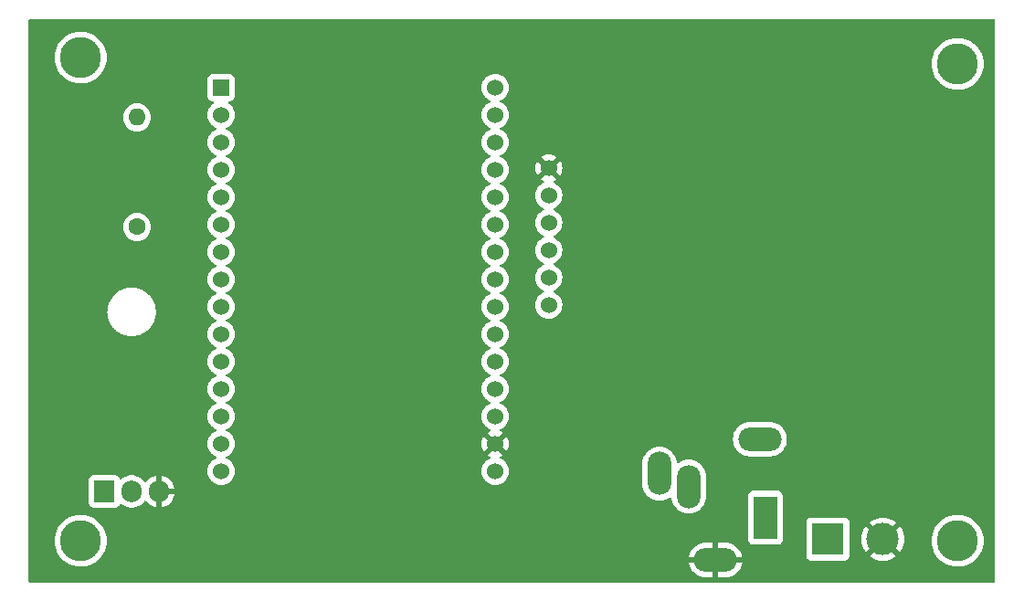
<source format=gbr>
%TF.GenerationSoftware,KiCad,Pcbnew,7.0.7*%
%TF.CreationDate,2023-10-15T02:20:47+00:00*%
%TF.ProjectId,Vulpes,56756c70-6573-42e6-9b69-6361645f7063,rev?*%
%TF.SameCoordinates,Original*%
%TF.FileFunction,Copper,L2,Bot*%
%TF.FilePolarity,Positive*%
%FSLAX46Y46*%
G04 Gerber Fmt 4.6, Leading zero omitted, Abs format (unit mm)*
G04 Created by KiCad (PCBNEW 7.0.7) date 2023-10-15 02:20:47*
%MOMM*%
%LPD*%
G01*
G04 APERTURE LIST*
%TA.AperFunction,ComponentPad*%
%ADD10C,3.800000*%
%TD*%
%TA.AperFunction,ComponentPad*%
%ADD11O,2.200000X4.000000*%
%TD*%
%TA.AperFunction,ComponentPad*%
%ADD12O,4.000000X2.200000*%
%TD*%
%TA.AperFunction,ComponentPad*%
%ADD13R,2.200000X4.000000*%
%TD*%
%TA.AperFunction,ComponentPad*%
%ADD14R,1.905000X2.000000*%
%TD*%
%TA.AperFunction,ComponentPad*%
%ADD15O,1.905000X2.000000*%
%TD*%
%TA.AperFunction,ComponentPad*%
%ADD16C,1.600000*%
%TD*%
%TA.AperFunction,ComponentPad*%
%ADD17O,1.600000X1.600000*%
%TD*%
%TA.AperFunction,ComponentPad*%
%ADD18R,1.524000X1.524000*%
%TD*%
%TA.AperFunction,ComponentPad*%
%ADD19C,1.524000*%
%TD*%
%TA.AperFunction,ComponentPad*%
%ADD20R,3.000000X3.000000*%
%TD*%
%TA.AperFunction,ComponentPad*%
%ADD21C,3.000000*%
%TD*%
%TA.AperFunction,ViaPad*%
%ADD22C,0.800000*%
%TD*%
G04 APERTURE END LIST*
D10*
%TO.P,REF\u002A\u002A,1*%
%TO.N,N/C*%
X162560000Y-114300000D03*
%TD*%
%TO.P,REF\u002A\u002A,1*%
%TO.N,N/C*%
X162560000Y-70087252D03*
%TD*%
%TO.P,REF\u002A\u002A,1*%
%TO.N,N/C*%
X81280000Y-69501098D03*
%TD*%
D11*
%TO.P,J3,R*%
%TO.N,unconnected-(J3-PadR)*%
X134931503Y-108064967D03*
%TO.P,J3,RN*%
%TO.N,N/C*%
X137631503Y-109264967D03*
D12*
%TO.P,J3,S*%
%TO.N,GND*%
X140131503Y-116064967D03*
D13*
%TO.P,J3,T*%
%TO.N,Net-(J2-Pin_1)*%
X144731503Y-112164967D03*
D12*
%TO.P,J3,TN*%
%TO.N,N/C*%
X144231503Y-104864967D03*
%TD*%
D14*
%TO.P,Q1,1,B*%
%TO.N,Net-(Q1-B)*%
X83460000Y-109730000D03*
D15*
%TO.P,Q1,2,C*%
%TO.N,Net-(J2-Pin_1)*%
X86000000Y-109730000D03*
%TO.P,Q1,3,E*%
%TO.N,GND*%
X88540000Y-109730000D03*
%TD*%
D16*
%TO.P,R1,1*%
%TO.N,Net-(Q1-B)*%
X86500000Y-85200000D03*
D17*
%TO.P,R1,2*%
%TO.N,Net-(U1-IO32)*%
X86500000Y-75040000D03*
%TD*%
D18*
%TO.P,U1,1,EN*%
%TO.N,unconnected-(U1-EN-Pad1)*%
X94300000Y-72290000D03*
D19*
%TO.P,U1,2,SENSOR_VP*%
%TO.N,unconnected-(U1-SENSOR_VP-Pad2)*%
X94300000Y-74830000D03*
%TO.P,U1,3,SENSOR_VN*%
%TO.N,unconnected-(U1-SENSOR_VN-Pad3)*%
X94300000Y-77370000D03*
%TO.P,U1,4,IO34*%
%TO.N,unconnected-(U1-IO34-Pad4)*%
X94300000Y-79910000D03*
%TO.P,U1,5,IO35*%
%TO.N,unconnected-(U1-IO35-Pad5)*%
X94300000Y-82450000D03*
%TO.P,U1,6,IO32*%
%TO.N,Net-(U1-IO32)*%
X94300000Y-84990000D03*
%TO.P,U1,7,IO33*%
%TO.N,unconnected-(U1-IO33-Pad7)*%
X94300000Y-87530000D03*
%TO.P,U1,8,IO25*%
%TO.N,unconnected-(U1-IO25-Pad8)*%
X94300000Y-90070000D03*
%TO.P,U1,9,IO26*%
%TO.N,unconnected-(U1-IO26-Pad9)*%
X94300000Y-92610000D03*
%TO.P,U1,10,IO27*%
%TO.N,unconnected-(U1-IO27-Pad10)*%
X94300000Y-95150000D03*
%TO.P,U1,11,IO14*%
%TO.N,unconnected-(U1-IO14-Pad11)*%
X94300000Y-97690000D03*
%TO.P,U1,12,IO12*%
%TO.N,unconnected-(U1-IO12-Pad12)*%
X94300000Y-100230000D03*
%TO.P,U1,13,IO13*%
%TO.N,unconnected-(U1-IO13-Pad13)*%
X94300000Y-102770000D03*
%TO.P,U1,14,GND*%
%TO.N,unconnected-(U1-GND-Pad14)*%
X94300000Y-105310000D03*
%TO.P,U1,15,VIN*%
%TO.N,unconnected-(U1-VIN-Pad15)*%
X94300000Y-107850000D03*
%TO.P,U1,16,3V3*%
%TO.N,/VCC*%
X119700000Y-107850000D03*
%TO.P,U1,17,GND*%
%TO.N,GND*%
X119700000Y-105310000D03*
%TO.P,U1,18,IO15*%
%TO.N,unconnected-(U1-IO15-Pad18)*%
X119700000Y-102770000D03*
%TO.P,U1,19,IO2*%
%TO.N,unconnected-(U1-IO2-Pad19)*%
X119700000Y-100230000D03*
%TO.P,U1,20,IO4*%
%TO.N,/SQW*%
X119700000Y-97690000D03*
%TO.P,U1,21,IO16*%
%TO.N,unconnected-(U1-IO16-Pad21)*%
X119700000Y-95150000D03*
%TO.P,U1,22,IO17*%
%TO.N,unconnected-(U1-IO17-Pad22)*%
X119700000Y-92610000D03*
%TO.P,U1,23,IO5*%
%TO.N,unconnected-(U1-IO5-Pad23)*%
X119700000Y-90070000D03*
%TO.P,U1,24,IO18*%
%TO.N,unconnected-(U1-IO18-Pad24)*%
X119700000Y-87530000D03*
%TO.P,U1,25,IO19*%
%TO.N,unconnected-(U1-IO19-Pad25)*%
X119700000Y-84990000D03*
%TO.P,U1,26,IO21*%
%TO.N,/SDA*%
X119700000Y-82450000D03*
%TO.P,U1,27,RXD0/IO3*%
%TO.N,unconnected-(U1-RXD0{slash}IO3-Pad27)*%
X119700000Y-79910000D03*
%TO.P,U1,28,TXD0/IO1*%
%TO.N,unconnected-(U1-TXD0{slash}IO1-Pad28)*%
X119700000Y-77370000D03*
%TO.P,U1,29,IO22*%
%TO.N,/SCL*%
X119700000Y-74830000D03*
%TO.P,U1,30,IO23*%
%TO.N,unconnected-(U1-IO23-Pad30)*%
X119700000Y-72290000D03*
%TD*%
D10*
%TO.P,REF\u002A\u002A,1*%
%TO.N,N/C*%
X81280000Y-114300000D03*
%TD*%
D20*
%TO.P,J2,1,Pin_1*%
%TO.N,Net-(J2-Pin_1)*%
X150544875Y-114139643D03*
D21*
%TO.P,J2,2,Pin_2*%
%TO.N,GND*%
X155624875Y-114139643D03*
%TD*%
D19*
%TO.P,J1,1,Pin_1*%
%TO.N,GND*%
X124655384Y-79744835D03*
%TO.P,J1,2,Pin_2*%
%TO.N,/VCC*%
X124655384Y-82284835D03*
%TO.P,J1,3,Pin_3*%
%TO.N,/SDA*%
X124655384Y-84824835D03*
%TO.P,J1,4,Pin_4*%
%TO.N,/SCL*%
X124655384Y-87364835D03*
%TO.P,J1,5,Pin_5*%
%TO.N,/SQW*%
X124655384Y-89904835D03*
%TO.P,J1,6,Pin_6*%
%TO.N,/32K*%
X124655384Y-92444835D03*
%TD*%
D22*
%TO.N,GND*%
X152400000Y-76200000D03*
X88900000Y-116840000D03*
X121920000Y-68580000D03*
X78740000Y-86360000D03*
X140310991Y-113496886D03*
X123528858Y-81018522D03*
X165100000Y-78740000D03*
X109220000Y-114300000D03*
X132080000Y-114300000D03*
X82856864Y-103230169D03*
X142240000Y-88900000D03*
X106680000Y-76200000D03*
X116840000Y-114300000D03*
X157480000Y-116840000D03*
X142240000Y-99060000D03*
X106680000Y-99060000D03*
X86360000Y-68580000D03*
X124460000Y-104140000D03*
X78740000Y-78740000D03*
X106680000Y-88900000D03*
X86509446Y-82301861D03*
X106680000Y-106680000D03*
X142240000Y-76200000D03*
X78740000Y-109220000D03*
X85324825Y-107376343D03*
X126095537Y-81018522D03*
X149860000Y-116840000D03*
X78740000Y-101600000D03*
X129540000Y-68580000D03*
X96520000Y-99060000D03*
X152400000Y-101600000D03*
X124318605Y-96122442D03*
X165100000Y-111760000D03*
X129540000Y-76200000D03*
X78740000Y-93980000D03*
X144555883Y-115866128D03*
X89273562Y-85362133D03*
X137160000Y-68580000D03*
X124460000Y-114300000D03*
X152400000Y-88900000D03*
X88900000Y-78740000D03*
X78315816Y-115964847D03*
X88900000Y-99060000D03*
X86213290Y-111818672D03*
X165100000Y-93980000D03*
X101600000Y-68580000D03*
X82363272Y-90396773D03*
X93617173Y-113793041D03*
X165100000Y-86360000D03*
X152400000Y-68580000D03*
X129540000Y-99060000D03*
X101600000Y-114300000D03*
X93980000Y-68580000D03*
X165100000Y-104140000D03*
X129540000Y-86360000D03*
X144780000Y-68580000D03*
X109220000Y-68580000D03*
X152400000Y-81280000D03*
%TD*%
%TA.AperFunction,Conductor*%
%TO.N,GND*%
G36*
X165982539Y-65933910D02*
G01*
X166028294Y-65986714D01*
X166039500Y-66038225D01*
X166039500Y-118027368D01*
X166019815Y-118094407D01*
X165967011Y-118140162D01*
X165915500Y-118151368D01*
X76584500Y-118151368D01*
X76517461Y-118131683D01*
X76471706Y-118078879D01*
X76460500Y-118027368D01*
X76460500Y-114300005D01*
X78874754Y-114300005D01*
X78893718Y-114601446D01*
X78893719Y-114601453D01*
X78913384Y-114704538D01*
X78947654Y-114884192D01*
X78950320Y-114898164D01*
X79043659Y-115185431D01*
X79043661Y-115185436D01*
X79172265Y-115458732D01*
X79172268Y-115458738D01*
X79334111Y-115713763D01*
X79334114Y-115713767D01*
X79334115Y-115713768D01*
X79473270Y-115881978D01*
X79526652Y-115946505D01*
X79746836Y-116153272D01*
X79746846Y-116153280D01*
X79991193Y-116330808D01*
X79991198Y-116330810D01*
X79991205Y-116330816D01*
X80255896Y-116476332D01*
X80255901Y-116476334D01*
X80255903Y-116476335D01*
X80255904Y-116476336D01*
X80536734Y-116587524D01*
X80536737Y-116587525D01*
X80634259Y-116612564D01*
X80829302Y-116662642D01*
X80920198Y-116674125D01*
X81128963Y-116700499D01*
X81128969Y-116700499D01*
X81128973Y-116700500D01*
X81128975Y-116700500D01*
X81431025Y-116700500D01*
X81431027Y-116700500D01*
X81431032Y-116700499D01*
X81431036Y-116700499D01*
X81510591Y-116690448D01*
X81730698Y-116662642D01*
X82023262Y-116587525D01*
X82023265Y-116587524D01*
X82304095Y-116476336D01*
X82304096Y-116476335D01*
X82304094Y-116476335D01*
X82304104Y-116476332D01*
X82568795Y-116330816D01*
X82590609Y-116314967D01*
X137646231Y-116314967D01*
X137646314Y-116316034D01*
X137705106Y-116560923D01*
X137801483Y-116793598D01*
X137933071Y-117008329D01*
X137933074Y-117008334D01*
X138096633Y-117199836D01*
X138288135Y-117363395D01*
X138288140Y-117363398D01*
X138502871Y-117494986D01*
X138735546Y-117591363D01*
X138980430Y-117650153D01*
X139168631Y-117664967D01*
X139881503Y-117664967D01*
X139881503Y-116831720D01*
X139901188Y-116764681D01*
X139953992Y-116718926D01*
X140023150Y-116708982D01*
X140036319Y-116711611D01*
X140049389Y-116714967D01*
X140049393Y-116714967D01*
X140172395Y-116714967D01*
X140172397Y-116714967D01*
X140172402Y-116714966D01*
X140172406Y-116714966D01*
X140219773Y-116708982D01*
X140241961Y-116706179D01*
X140310939Y-116717305D01*
X140362951Y-116763958D01*
X140381503Y-116829201D01*
X140381503Y-117664967D01*
X141094375Y-117664967D01*
X141282575Y-117650153D01*
X141527459Y-117591363D01*
X141760134Y-117494986D01*
X141974865Y-117363398D01*
X141974870Y-117363395D01*
X142166372Y-117199836D01*
X142329931Y-117008334D01*
X142329934Y-117008329D01*
X142461522Y-116793598D01*
X142557899Y-116560923D01*
X142616691Y-116316034D01*
X142616775Y-116314967D01*
X140895424Y-116314967D01*
X140828385Y-116295282D01*
X140782630Y-116242478D01*
X140772686Y-116173320D01*
X140773620Y-116167733D01*
X140776378Y-116153272D01*
X140785376Y-116106105D01*
X140775350Y-115946751D01*
X140790786Y-115878610D01*
X140840612Y-115829630D01*
X140899105Y-115814967D01*
X142616774Y-115814967D01*
X142616774Y-115814966D01*
X142616691Y-115813899D01*
X142586349Y-115687513D01*
X148544375Y-115687513D01*
X148544376Y-115687519D01*
X148550783Y-115747126D01*
X148601077Y-115881971D01*
X148601081Y-115881978D01*
X148687327Y-115997187D01*
X148687330Y-115997190D01*
X148802539Y-116083436D01*
X148802546Y-116083440D01*
X148937392Y-116133734D01*
X148937391Y-116133734D01*
X148944319Y-116134478D01*
X148997002Y-116140143D01*
X152092747Y-116140142D01*
X152152358Y-116133734D01*
X152287206Y-116083439D01*
X152402421Y-115997189D01*
X152488671Y-115881974D01*
X152538966Y-115747126D01*
X152545375Y-115687516D01*
X152545375Y-114139644D01*
X153619766Y-114139644D01*
X153640175Y-114425005D01*
X153700984Y-114704538D01*
X153800966Y-114972601D01*
X153938066Y-115223681D01*
X153938071Y-115223689D01*
X154044757Y-115366204D01*
X154044758Y-115366205D01*
X154829395Y-114581567D01*
X154890718Y-114548082D01*
X154960409Y-114553066D01*
X155016343Y-114594937D01*
X155016539Y-114595200D01*
X155068308Y-114664737D01*
X155174000Y-114753424D01*
X155212702Y-114811595D01*
X155213810Y-114881456D01*
X155181975Y-114936094D01*
X154398311Y-115719757D01*
X154398311Y-115719758D01*
X154540835Y-115826450D01*
X154540836Y-115826451D01*
X154791917Y-115963551D01*
X154791916Y-115963551D01*
X155059979Y-116063533D01*
X155339512Y-116124342D01*
X155624874Y-116144752D01*
X155624876Y-116144752D01*
X155910237Y-116124342D01*
X156189770Y-116063533D01*
X156457833Y-115963551D01*
X156708922Y-115826446D01*
X156851436Y-115719759D01*
X156851437Y-115719758D01*
X156067970Y-114936291D01*
X156034485Y-114874968D01*
X156039469Y-114805276D01*
X156081341Y-114749343D01*
X156087513Y-114745009D01*
X156116719Y-114725800D01*
X156238639Y-114596573D01*
X156238639Y-114596572D01*
X156243595Y-114591320D01*
X156245097Y-114592737D01*
X156292711Y-114556886D01*
X156362389Y-114551706D01*
X156423806Y-114585020D01*
X156424051Y-114585265D01*
X157204990Y-115366205D01*
X157204991Y-115366204D01*
X157311678Y-115223690D01*
X157448783Y-114972601D01*
X157548765Y-114704538D01*
X157609574Y-114425005D01*
X157618514Y-114300005D01*
X160154754Y-114300005D01*
X160173718Y-114601446D01*
X160173719Y-114601453D01*
X160193384Y-114704538D01*
X160227654Y-114884192D01*
X160230320Y-114898164D01*
X160323659Y-115185431D01*
X160323661Y-115185436D01*
X160452265Y-115458732D01*
X160452268Y-115458738D01*
X160614111Y-115713763D01*
X160614114Y-115713767D01*
X160614115Y-115713768D01*
X160753270Y-115881978D01*
X160806652Y-115946505D01*
X161026836Y-116153272D01*
X161026846Y-116153280D01*
X161271193Y-116330808D01*
X161271198Y-116330810D01*
X161271205Y-116330816D01*
X161535896Y-116476332D01*
X161535901Y-116476334D01*
X161535903Y-116476335D01*
X161535904Y-116476336D01*
X161816734Y-116587524D01*
X161816737Y-116587525D01*
X161914259Y-116612564D01*
X162109302Y-116662642D01*
X162200198Y-116674125D01*
X162408963Y-116700499D01*
X162408969Y-116700499D01*
X162408973Y-116700500D01*
X162408975Y-116700500D01*
X162711025Y-116700500D01*
X162711027Y-116700500D01*
X162711032Y-116700499D01*
X162711036Y-116700499D01*
X162790591Y-116690448D01*
X163010698Y-116662642D01*
X163303262Y-116587525D01*
X163303265Y-116587524D01*
X163584095Y-116476336D01*
X163584096Y-116476335D01*
X163584094Y-116476335D01*
X163584104Y-116476332D01*
X163848795Y-116330816D01*
X164093162Y-116153274D01*
X164313349Y-115946504D01*
X164505885Y-115713768D01*
X164667733Y-115458736D01*
X164796341Y-115185430D01*
X164889681Y-114898160D01*
X164946280Y-114601457D01*
X164946281Y-114601446D01*
X164965246Y-114300005D01*
X164965246Y-114299994D01*
X164946281Y-113998553D01*
X164946280Y-113998546D01*
X164946280Y-113998543D01*
X164889681Y-113701840D01*
X164796341Y-113414570D01*
X164791516Y-113404317D01*
X164667734Y-113141267D01*
X164667733Y-113141264D01*
X164613367Y-113055596D01*
X164505888Y-112886236D01*
X164313347Y-112653494D01*
X164093163Y-112446727D01*
X164093153Y-112446719D01*
X163848806Y-112269191D01*
X163848799Y-112269186D01*
X163848795Y-112269184D01*
X163584104Y-112123668D01*
X163584101Y-112123666D01*
X163584096Y-112123664D01*
X163584095Y-112123663D01*
X163303265Y-112012475D01*
X163303262Y-112012474D01*
X163010695Y-111937357D01*
X162711036Y-111899500D01*
X162711027Y-111899500D01*
X162408973Y-111899500D01*
X162408963Y-111899500D01*
X162109304Y-111937357D01*
X161816737Y-112012474D01*
X161816734Y-112012475D01*
X161535904Y-112123663D01*
X161535903Y-112123664D01*
X161271205Y-112269184D01*
X161271193Y-112269191D01*
X161026846Y-112446719D01*
X161026836Y-112446727D01*
X160806652Y-112653494D01*
X160614111Y-112886236D01*
X160452268Y-113141261D01*
X160452265Y-113141267D01*
X160323661Y-113414563D01*
X160323659Y-113414568D01*
X160230320Y-113701835D01*
X160230319Y-113701839D01*
X160230319Y-113701840D01*
X160225669Y-113726218D01*
X160173719Y-113998546D01*
X160173718Y-113998553D01*
X160154754Y-114299994D01*
X160154754Y-114300005D01*
X157618514Y-114300005D01*
X157629984Y-114139644D01*
X157629984Y-114139641D01*
X157609574Y-113854280D01*
X157548765Y-113574747D01*
X157448783Y-113306684D01*
X157311683Y-113055604D01*
X157311682Y-113055603D01*
X157204990Y-112913079D01*
X156420353Y-113697717D01*
X156359030Y-113731202D01*
X156289338Y-113726218D01*
X156233405Y-113684346D01*
X156233209Y-113684084D01*
X156181441Y-113614548D01*
X156134008Y-113574747D01*
X156075746Y-113525858D01*
X156037045Y-113467689D01*
X156035937Y-113397828D01*
X156067772Y-113343190D01*
X156851437Y-112559526D01*
X156851436Y-112559525D01*
X156708921Y-112452839D01*
X156708913Y-112452834D01*
X156457832Y-112315734D01*
X156457833Y-112315734D01*
X156189770Y-112215752D01*
X155910237Y-112154943D01*
X155624876Y-112134534D01*
X155624874Y-112134534D01*
X155339512Y-112154943D01*
X155059979Y-112215752D01*
X154791916Y-112315734D01*
X154540836Y-112452834D01*
X154540828Y-112452839D01*
X154398311Y-112559525D01*
X154398311Y-112559526D01*
X155181779Y-113342994D01*
X155215264Y-113404317D01*
X155210280Y-113474009D01*
X155168408Y-113529942D01*
X155162240Y-113534274D01*
X155133030Y-113553486D01*
X155006155Y-113687966D01*
X155004657Y-113686553D01*
X154957000Y-113722413D01*
X154887321Y-113727570D01*
X154825915Y-113694237D01*
X154825698Y-113694020D01*
X154044758Y-112913079D01*
X154044757Y-112913080D01*
X153938071Y-113055596D01*
X153938066Y-113055604D01*
X153800966Y-113306684D01*
X153700984Y-113574747D01*
X153640175Y-113854280D01*
X153619766Y-114139641D01*
X153619766Y-114139644D01*
X152545375Y-114139644D01*
X152545374Y-112591771D01*
X152538966Y-112532160D01*
X152509381Y-112452839D01*
X152488672Y-112397314D01*
X152488668Y-112397307D01*
X152402422Y-112282098D01*
X152402419Y-112282095D01*
X152287210Y-112195849D01*
X152287203Y-112195845D01*
X152152357Y-112145551D01*
X152152358Y-112145551D01*
X152092758Y-112139144D01*
X152092756Y-112139143D01*
X152092748Y-112139143D01*
X152092739Y-112139143D01*
X148997004Y-112139143D01*
X148996998Y-112139144D01*
X148937391Y-112145551D01*
X148802546Y-112195845D01*
X148802539Y-112195849D01*
X148687330Y-112282095D01*
X148687327Y-112282098D01*
X148601081Y-112397307D01*
X148601077Y-112397314D01*
X148550783Y-112532160D01*
X148544376Y-112591759D01*
X148544376Y-112591766D01*
X148544375Y-112591778D01*
X148544375Y-115687513D01*
X142586349Y-115687513D01*
X142557899Y-115569010D01*
X142461522Y-115336335D01*
X142329934Y-115121604D01*
X142329931Y-115121599D01*
X142166372Y-114930097D01*
X141974870Y-114766538D01*
X141974865Y-114766535D01*
X141760134Y-114634947D01*
X141527459Y-114538570D01*
X141282575Y-114479780D01*
X141094375Y-114464967D01*
X140381503Y-114464967D01*
X140381503Y-115298213D01*
X140361818Y-115365252D01*
X140309014Y-115411007D01*
X140239856Y-115420951D01*
X140226668Y-115418318D01*
X140213618Y-115414967D01*
X140213617Y-115414967D01*
X140090609Y-115414967D01*
X140090597Y-115414967D01*
X140021044Y-115423754D01*
X139952066Y-115412627D01*
X139900054Y-115365973D01*
X139881503Y-115300732D01*
X139881503Y-114464967D01*
X139168631Y-114464967D01*
X138980430Y-114479780D01*
X138735546Y-114538570D01*
X138502871Y-114634947D01*
X138288140Y-114766535D01*
X138288135Y-114766538D01*
X138096633Y-114930097D01*
X137933074Y-115121599D01*
X137933071Y-115121604D01*
X137801483Y-115336335D01*
X137705106Y-115569010D01*
X137646314Y-115813899D01*
X137646231Y-115814966D01*
X137646232Y-115814967D01*
X139367582Y-115814967D01*
X139434621Y-115834652D01*
X139480376Y-115887456D01*
X139490320Y-115956614D01*
X139489386Y-115962201D01*
X139487430Y-115972452D01*
X139477630Y-116023829D01*
X139487035Y-116173320D01*
X139487656Y-116183181D01*
X139472220Y-116251324D01*
X139422394Y-116300304D01*
X139363901Y-116314967D01*
X137646231Y-116314967D01*
X82590609Y-116314967D01*
X82813162Y-116153274D01*
X83033349Y-115946504D01*
X83225885Y-115713768D01*
X83387733Y-115458736D01*
X83516341Y-115185430D01*
X83609681Y-114898160D01*
X83666280Y-114601457D01*
X83666281Y-114601446D01*
X83685246Y-114300005D01*
X83685246Y-114299994D01*
X83679763Y-114212837D01*
X143131003Y-114212837D01*
X143131004Y-114212843D01*
X143137411Y-114272450D01*
X143187705Y-114407295D01*
X143187709Y-114407302D01*
X143273955Y-114522511D01*
X143273958Y-114522514D01*
X143389167Y-114608760D01*
X143389174Y-114608764D01*
X143524020Y-114659058D01*
X143524019Y-114659058D01*
X143530947Y-114659802D01*
X143583630Y-114665467D01*
X145879375Y-114665466D01*
X145938986Y-114659058D01*
X146073834Y-114608763D01*
X146189049Y-114522513D01*
X146275299Y-114407298D01*
X146325594Y-114272450D01*
X146332003Y-114212840D01*
X146332002Y-110117095D01*
X146325594Y-110057484D01*
X146310641Y-110017394D01*
X146275300Y-109922638D01*
X146275296Y-109922631D01*
X146189050Y-109807422D01*
X146189047Y-109807419D01*
X146073838Y-109721173D01*
X146073831Y-109721169D01*
X145938985Y-109670875D01*
X145938986Y-109670875D01*
X145879386Y-109664468D01*
X145879384Y-109664467D01*
X145879376Y-109664467D01*
X145879367Y-109664467D01*
X143583632Y-109664467D01*
X143583626Y-109664468D01*
X143524019Y-109670875D01*
X143389174Y-109721169D01*
X143389167Y-109721173D01*
X143273958Y-109807419D01*
X143273955Y-109807422D01*
X143187709Y-109922631D01*
X143187705Y-109922638D01*
X143137411Y-110057484D01*
X143132820Y-110100190D01*
X143131004Y-110117090D01*
X143131003Y-110117102D01*
X143131003Y-114212837D01*
X83679763Y-114212837D01*
X83666281Y-113998553D01*
X83666280Y-113998546D01*
X83666280Y-113998543D01*
X83609681Y-113701840D01*
X83516341Y-113414570D01*
X83511516Y-113404317D01*
X83387734Y-113141267D01*
X83387733Y-113141264D01*
X83333367Y-113055596D01*
X83225888Y-112886236D01*
X83033347Y-112653494D01*
X82813163Y-112446727D01*
X82813153Y-112446719D01*
X82568806Y-112269191D01*
X82568799Y-112269186D01*
X82568795Y-112269184D01*
X82304104Y-112123668D01*
X82304101Y-112123666D01*
X82304096Y-112123664D01*
X82304095Y-112123663D01*
X82023265Y-112012475D01*
X82023262Y-112012474D01*
X81730695Y-111937357D01*
X81431036Y-111899500D01*
X81431027Y-111899500D01*
X81128973Y-111899500D01*
X81128963Y-111899500D01*
X80829304Y-111937357D01*
X80536737Y-112012474D01*
X80536734Y-112012475D01*
X80255904Y-112123663D01*
X80255903Y-112123664D01*
X79991205Y-112269184D01*
X79991193Y-112269191D01*
X79746846Y-112446719D01*
X79746836Y-112446727D01*
X79526652Y-112653494D01*
X79334111Y-112886236D01*
X79172268Y-113141261D01*
X79172265Y-113141267D01*
X79043661Y-113414563D01*
X79043659Y-113414568D01*
X78950320Y-113701835D01*
X78950319Y-113701839D01*
X78950319Y-113701840D01*
X78945669Y-113726218D01*
X78893719Y-113998546D01*
X78893718Y-113998553D01*
X78874754Y-114299994D01*
X78874754Y-114300005D01*
X76460500Y-114300005D01*
X76460500Y-110777870D01*
X82007000Y-110777870D01*
X82007001Y-110777876D01*
X82013408Y-110837483D01*
X82063702Y-110972328D01*
X82063706Y-110972335D01*
X82149952Y-111087544D01*
X82149955Y-111087547D01*
X82265164Y-111173793D01*
X82265171Y-111173797D01*
X82400017Y-111224091D01*
X82400016Y-111224091D01*
X82406944Y-111224835D01*
X82459627Y-111230500D01*
X84460372Y-111230499D01*
X84519983Y-111224091D01*
X84654831Y-111173796D01*
X84770046Y-111087546D01*
X84856296Y-110972331D01*
X84867725Y-110941687D01*
X84909594Y-110885755D01*
X84975058Y-110861336D01*
X85043331Y-110876186D01*
X85060069Y-110887167D01*
X85202552Y-110998066D01*
X85202558Y-110998070D01*
X85202561Y-110998072D01*
X85367891Y-111087544D01*
X85413478Y-111112215D01*
X85414336Y-111112679D01*
X85532598Y-111153278D01*
X85642083Y-111190865D01*
X85642085Y-111190865D01*
X85642087Y-111190866D01*
X85879601Y-111230500D01*
X85879602Y-111230500D01*
X86120398Y-111230500D01*
X86120399Y-111230500D01*
X86357913Y-111190866D01*
X86585664Y-111112679D01*
X86797439Y-110998072D01*
X86987463Y-110850171D01*
X87150551Y-110673010D01*
X87166489Y-110648613D01*
X87219631Y-110603258D01*
X87288862Y-110593831D01*
X87352199Y-110623330D01*
X87374106Y-110648611D01*
X87389847Y-110672704D01*
X87389851Y-110672710D01*
X87552873Y-110849797D01*
X87552883Y-110849806D01*
X87742831Y-110997649D01*
X87742840Y-110997655D01*
X87954531Y-111112215D01*
X87954545Y-111112221D01*
X88182207Y-111190379D01*
X88290000Y-111208366D01*
X88290000Y-110394652D01*
X88309685Y-110327613D01*
X88362489Y-110281858D01*
X88431647Y-110271914D01*
X88447447Y-110275248D01*
X88464404Y-110280000D01*
X88464406Y-110280000D01*
X88577622Y-110280000D01*
X88649116Y-110270173D01*
X88718210Y-110280545D01*
X88770729Y-110326627D01*
X88790000Y-110393018D01*
X88790000Y-111208365D01*
X88897792Y-111190379D01*
X89125454Y-111112221D01*
X89125468Y-111112215D01*
X89337159Y-110997655D01*
X89337168Y-110997649D01*
X89527116Y-110849806D01*
X89527126Y-110849797D01*
X89690148Y-110672710D01*
X89690156Y-110672699D01*
X89821813Y-110471184D01*
X89918508Y-110250740D01*
X89977599Y-110017395D01*
X89977599Y-110017394D01*
X89980697Y-109980000D01*
X89206956Y-109980000D01*
X89139917Y-109960315D01*
X89094162Y-109907511D01*
X89083245Y-109847537D01*
X89085989Y-109807422D01*
X89093877Y-109692114D01*
X89080809Y-109629227D01*
X89086443Y-109559586D01*
X89128834Y-109504045D01*
X89194523Y-109480239D01*
X89202216Y-109480000D01*
X89980697Y-109480000D01*
X89977599Y-109442605D01*
X89977599Y-109442604D01*
X89918508Y-109209259D01*
X89821813Y-108988815D01*
X89690156Y-108787300D01*
X89690148Y-108787289D01*
X89527126Y-108610202D01*
X89527116Y-108610193D01*
X89337168Y-108462350D01*
X89337159Y-108462344D01*
X89125468Y-108347784D01*
X89125454Y-108347778D01*
X88897791Y-108269619D01*
X88790000Y-108251633D01*
X88790000Y-109065347D01*
X88770315Y-109132386D01*
X88717511Y-109178141D01*
X88648353Y-109188085D01*
X88632547Y-109184749D01*
X88615598Y-109180000D01*
X88615596Y-109180000D01*
X88502378Y-109180000D01*
X88502376Y-109180000D01*
X88430884Y-109189826D01*
X88361789Y-109179453D01*
X88309270Y-109133371D01*
X88290000Y-109066981D01*
X88290000Y-108251633D01*
X88289999Y-108251633D01*
X88182208Y-108269619D01*
X87954545Y-108347778D01*
X87954531Y-108347784D01*
X87742840Y-108462344D01*
X87742831Y-108462350D01*
X87552883Y-108610193D01*
X87552873Y-108610202D01*
X87389851Y-108787289D01*
X87389846Y-108787297D01*
X87374104Y-108811390D01*
X87320955Y-108856745D01*
X87251724Y-108866165D01*
X87188389Y-108836660D01*
X87166489Y-108811384D01*
X87150555Y-108786994D01*
X87054018Y-108682127D01*
X86987463Y-108609829D01*
X86853358Y-108505451D01*
X86797441Y-108461929D01*
X86585665Y-108347321D01*
X86585656Y-108347318D01*
X86357916Y-108269134D01*
X86158800Y-108235908D01*
X86120399Y-108229500D01*
X85879601Y-108229500D01*
X85841200Y-108235908D01*
X85642083Y-108269134D01*
X85414343Y-108347318D01*
X85414334Y-108347321D01*
X85202559Y-108461929D01*
X85060069Y-108572833D01*
X84995075Y-108598475D01*
X84926535Y-108584908D01*
X84876210Y-108536440D01*
X84867725Y-108518311D01*
X84856298Y-108487673D01*
X84856293Y-108487664D01*
X84770047Y-108372455D01*
X84770044Y-108372452D01*
X84654835Y-108286206D01*
X84654828Y-108286202D01*
X84519982Y-108235908D01*
X84519983Y-108235908D01*
X84460383Y-108229501D01*
X84460381Y-108229500D01*
X84460373Y-108229500D01*
X84460364Y-108229500D01*
X82459629Y-108229500D01*
X82459623Y-108229501D01*
X82400016Y-108235908D01*
X82265171Y-108286202D01*
X82265164Y-108286206D01*
X82149955Y-108372452D01*
X82149952Y-108372455D01*
X82063706Y-108487664D01*
X82063702Y-108487671D01*
X82013408Y-108622517D01*
X82007001Y-108682116D01*
X82007000Y-108682135D01*
X82007000Y-110777870D01*
X76460500Y-110777870D01*
X76460500Y-107850002D01*
X93032677Y-107850002D01*
X93051929Y-108070062D01*
X93051930Y-108070070D01*
X93109104Y-108283445D01*
X93109105Y-108283447D01*
X93109106Y-108283450D01*
X93150608Y-108372452D01*
X93202466Y-108483662D01*
X93202468Y-108483666D01*
X93329170Y-108664615D01*
X93329175Y-108664621D01*
X93485378Y-108820824D01*
X93485384Y-108820829D01*
X93666333Y-108947531D01*
X93666335Y-108947532D01*
X93666338Y-108947534D01*
X93866550Y-109040894D01*
X94079932Y-109098070D01*
X94237123Y-109111822D01*
X94299998Y-109117323D01*
X94300000Y-109117323D01*
X94300002Y-109117323D01*
X94355016Y-109112509D01*
X94520068Y-109098070D01*
X94733450Y-109040894D01*
X94933662Y-108947534D01*
X95114620Y-108820826D01*
X95270826Y-108664620D01*
X95397534Y-108483662D01*
X95490894Y-108283450D01*
X95548070Y-108070068D01*
X95567323Y-107850002D01*
X118432677Y-107850002D01*
X118451929Y-108070062D01*
X118451930Y-108070070D01*
X118509104Y-108283445D01*
X118509105Y-108283447D01*
X118509106Y-108283450D01*
X118550608Y-108372452D01*
X118602466Y-108483662D01*
X118602468Y-108483666D01*
X118729170Y-108664615D01*
X118729175Y-108664621D01*
X118885378Y-108820824D01*
X118885384Y-108820829D01*
X119066333Y-108947531D01*
X119066335Y-108947532D01*
X119066338Y-108947534D01*
X119266550Y-109040894D01*
X119479932Y-109098070D01*
X119637123Y-109111822D01*
X119699998Y-109117323D01*
X119700000Y-109117323D01*
X119700002Y-109117323D01*
X119755017Y-109112509D01*
X119920068Y-109098070D01*
X120133450Y-109040894D01*
X120161421Y-109027851D01*
X133331003Y-109027851D01*
X133345820Y-109216117D01*
X133404629Y-109461077D01*
X133501036Y-109693826D01*
X133632663Y-109908620D01*
X133632664Y-109908623D01*
X133688107Y-109973538D01*
X133796279Y-110100191D01*
X133944569Y-110226842D01*
X133987846Y-110263805D01*
X133987848Y-110263805D01*
X133998239Y-110270173D01*
X134202643Y-110395433D01*
X134385524Y-110471184D01*
X134435392Y-110491840D01*
X134680355Y-110550650D01*
X134931503Y-110570416D01*
X135182651Y-110550650D01*
X135427614Y-110491840D01*
X135660362Y-110395433D01*
X135854002Y-110276769D01*
X135921446Y-110258525D01*
X135988049Y-110279641D01*
X136032663Y-110333413D01*
X136042408Y-110372763D01*
X136045820Y-110416115D01*
X136045821Y-110416118D01*
X136104629Y-110661077D01*
X136201036Y-110893826D01*
X136332663Y-111108620D01*
X136332664Y-111108623D01*
X136336130Y-111112681D01*
X136496279Y-111300191D01*
X136644569Y-111426842D01*
X136687846Y-111463805D01*
X136687849Y-111463806D01*
X136902643Y-111595433D01*
X137135392Y-111691840D01*
X137380355Y-111750650D01*
X137631503Y-111770416D01*
X137882651Y-111750650D01*
X138127614Y-111691840D01*
X138360362Y-111595433D01*
X138575162Y-111463803D01*
X138766727Y-111300191D01*
X138930339Y-111108626D01*
X139061969Y-110893826D01*
X139158376Y-110661078D01*
X139217186Y-110416115D01*
X139232003Y-110227849D01*
X139232003Y-108302085D01*
X139230536Y-108283451D01*
X139226290Y-108229500D01*
X139217186Y-108113819D01*
X139158376Y-107868856D01*
X139061969Y-107636108D01*
X139061969Y-107636107D01*
X138930342Y-107421313D01*
X138930341Y-107421310D01*
X138893378Y-107378033D01*
X138766727Y-107229743D01*
X138617259Y-107102085D01*
X138575159Y-107066128D01*
X138575156Y-107066127D01*
X138360362Y-106934500D01*
X138127613Y-106838093D01*
X137882654Y-106779284D01*
X137694290Y-106764459D01*
X137631503Y-106759518D01*
X137631502Y-106759518D01*
X137380351Y-106779284D01*
X137135392Y-106838093D01*
X136902643Y-106934500D01*
X136709004Y-107053163D01*
X136641558Y-107071408D01*
X136574956Y-107050292D01*
X136530342Y-106996520D01*
X136520597Y-106957170D01*
X136517186Y-106913819D01*
X136458376Y-106668856D01*
X136448881Y-106645934D01*
X136361969Y-106436107D01*
X136230342Y-106221313D01*
X136230341Y-106221310D01*
X136147760Y-106124621D01*
X136066727Y-106029743D01*
X135940074Y-105921571D01*
X135875159Y-105866128D01*
X135875156Y-105866127D01*
X135660362Y-105734500D01*
X135427613Y-105638093D01*
X135182654Y-105579284D01*
X134931503Y-105559518D01*
X134680351Y-105579284D01*
X134435392Y-105638093D01*
X134202643Y-105734500D01*
X133987849Y-105866127D01*
X133987846Y-105866128D01*
X133796279Y-106029743D01*
X133632664Y-106221310D01*
X133632663Y-106221313D01*
X133501036Y-106436107D01*
X133404629Y-106668856D01*
X133345820Y-106913816D01*
X133331003Y-107102083D01*
X133331003Y-109027851D01*
X120161421Y-109027851D01*
X120333662Y-108947534D01*
X120514620Y-108820826D01*
X120670826Y-108664620D01*
X120797534Y-108483662D01*
X120890894Y-108283450D01*
X120948070Y-108070068D01*
X120967323Y-107850000D01*
X120948070Y-107629932D01*
X120890894Y-107416550D01*
X120797534Y-107216339D01*
X120683278Y-107053163D01*
X120670827Y-107035381D01*
X120631966Y-106996520D01*
X120514620Y-106879174D01*
X120514616Y-106879171D01*
X120514615Y-106879170D01*
X120333666Y-106752468D01*
X120333658Y-106752464D01*
X120204219Y-106692106D01*
X120151779Y-106645934D01*
X120132627Y-106578741D01*
X120152843Y-106511859D01*
X120204219Y-106467342D01*
X120333408Y-106407100D01*
X120333420Y-106407093D01*
X120398186Y-106361742D01*
X120398187Y-106361740D01*
X119869276Y-105832829D01*
X119835791Y-105771506D01*
X119840775Y-105701814D01*
X119882647Y-105645881D01*
X119897933Y-105636097D01*
X119937251Y-105614820D01*
X120023371Y-105521269D01*
X120024083Y-105519643D01*
X120025652Y-105517777D01*
X120028992Y-105512666D01*
X120029609Y-105513069D01*
X120069036Y-105466158D01*
X120135770Y-105445464D01*
X120203099Y-105464135D01*
X120225322Y-105481769D01*
X120751740Y-106008187D01*
X120751742Y-106008186D01*
X120797093Y-105943420D01*
X120797100Y-105943408D01*
X120890419Y-105743284D01*
X120890424Y-105743270D01*
X120947573Y-105529986D01*
X120947575Y-105529976D01*
X120966821Y-105310000D01*
X120966821Y-105309999D01*
X120947575Y-105090023D01*
X120947573Y-105090013D01*
X120890424Y-104876729D01*
X120890420Y-104876720D01*
X120884939Y-104864967D01*
X141726054Y-104864967D01*
X141745820Y-105116118D01*
X141804629Y-105361077D01*
X141901036Y-105593826D01*
X142032663Y-105808620D01*
X142032664Y-105808623D01*
X142081778Y-105866128D01*
X142196279Y-106000191D01*
X142341961Y-106124615D01*
X142387846Y-106163805D01*
X142387849Y-106163806D01*
X142602643Y-106295433D01*
X142835391Y-106391839D01*
X142835392Y-106391840D01*
X143080355Y-106450650D01*
X143236453Y-106462935D01*
X143268619Y-106465467D01*
X143268621Y-106465467D01*
X145194387Y-106465467D01*
X145224020Y-106463134D01*
X145382651Y-106450650D01*
X145627614Y-106391840D01*
X145860362Y-106295433D01*
X146075162Y-106163803D01*
X146266727Y-106000191D01*
X146430339Y-105808626D01*
X146561969Y-105593826D01*
X146658376Y-105361078D01*
X146717186Y-105116115D01*
X146736952Y-104864967D01*
X146717186Y-104613819D01*
X146658376Y-104368856D01*
X146612565Y-104258257D01*
X146561969Y-104136107D01*
X146430342Y-103921313D01*
X146430341Y-103921310D01*
X146393378Y-103878033D01*
X146266727Y-103729743D01*
X146096804Y-103584615D01*
X146075159Y-103566128D01*
X146075156Y-103566127D01*
X145860362Y-103434500D01*
X145627613Y-103338093D01*
X145382653Y-103279284D01*
X145194387Y-103264467D01*
X145194385Y-103264467D01*
X143268621Y-103264467D01*
X143268619Y-103264467D01*
X143080352Y-103279284D01*
X142835392Y-103338093D01*
X142602643Y-103434500D01*
X142387849Y-103566127D01*
X142387846Y-103566128D01*
X142196279Y-103729743D01*
X142032664Y-103921310D01*
X142032663Y-103921313D01*
X141901036Y-104136107D01*
X141804629Y-104368856D01*
X141745820Y-104613815D01*
X141726054Y-104864967D01*
X120884939Y-104864967D01*
X120797098Y-104676590D01*
X120751740Y-104611811D01*
X120222949Y-105140602D01*
X120161626Y-105174087D01*
X120091934Y-105169103D01*
X120036001Y-105127231D01*
X120031460Y-105120743D01*
X119984189Y-105048391D01*
X119984187Y-105048388D01*
X119928673Y-105005180D01*
X119883843Y-104970287D01*
X119883840Y-104970285D01*
X119883488Y-104970012D01*
X119842675Y-104913301D01*
X119839000Y-104843529D01*
X119871969Y-104784477D01*
X120398187Y-104258258D01*
X120333409Y-104212900D01*
X120333407Y-104212899D01*
X120204219Y-104152658D01*
X120151779Y-104106486D01*
X120132627Y-104039293D01*
X120152843Y-103972411D01*
X120204219Y-103927894D01*
X120218332Y-103921313D01*
X120333662Y-103867534D01*
X120514620Y-103740826D01*
X120670826Y-103584620D01*
X120797534Y-103403662D01*
X120890894Y-103203450D01*
X120948070Y-102990068D01*
X120967323Y-102770000D01*
X120948070Y-102549932D01*
X120890894Y-102336550D01*
X120797534Y-102136339D01*
X120670826Y-101955380D01*
X120514620Y-101799174D01*
X120514616Y-101799171D01*
X120514615Y-101799170D01*
X120333666Y-101672468D01*
X120333658Y-101672464D01*
X120204811Y-101612382D01*
X120152371Y-101566210D01*
X120133219Y-101499017D01*
X120153435Y-101432135D01*
X120204811Y-101387618D01*
X120210802Y-101384824D01*
X120333662Y-101327534D01*
X120514620Y-101200826D01*
X120670826Y-101044620D01*
X120797534Y-100863662D01*
X120890894Y-100663450D01*
X120948070Y-100450068D01*
X120967323Y-100230000D01*
X120948070Y-100009932D01*
X120890894Y-99796550D01*
X120797534Y-99596339D01*
X120670826Y-99415380D01*
X120514620Y-99259174D01*
X120514616Y-99259171D01*
X120514615Y-99259170D01*
X120333666Y-99132468D01*
X120333658Y-99132464D01*
X120204811Y-99072382D01*
X120152371Y-99026210D01*
X120133219Y-98959017D01*
X120153435Y-98892135D01*
X120204811Y-98847618D01*
X120210802Y-98844824D01*
X120333662Y-98787534D01*
X120514620Y-98660826D01*
X120670826Y-98504620D01*
X120797534Y-98323662D01*
X120890894Y-98123450D01*
X120948070Y-97910068D01*
X120967323Y-97690000D01*
X120948070Y-97469932D01*
X120890894Y-97256550D01*
X120797534Y-97056339D01*
X120670826Y-96875380D01*
X120514620Y-96719174D01*
X120514616Y-96719171D01*
X120514615Y-96719170D01*
X120333666Y-96592468D01*
X120333658Y-96592464D01*
X120204811Y-96532382D01*
X120152371Y-96486210D01*
X120133219Y-96419017D01*
X120153435Y-96352135D01*
X120204811Y-96307618D01*
X120210802Y-96304824D01*
X120333662Y-96247534D01*
X120514620Y-96120826D01*
X120670826Y-95964620D01*
X120797534Y-95783662D01*
X120890894Y-95583450D01*
X120948070Y-95370068D01*
X120965192Y-95174359D01*
X120967323Y-95150002D01*
X120967323Y-95149997D01*
X120956227Y-95023172D01*
X120948070Y-94929932D01*
X120890894Y-94716550D01*
X120797534Y-94516339D01*
X120670826Y-94335380D01*
X120514620Y-94179174D01*
X120514616Y-94179171D01*
X120514615Y-94179170D01*
X120333666Y-94052468D01*
X120333658Y-94052464D01*
X120204811Y-93992382D01*
X120152371Y-93946210D01*
X120133219Y-93879017D01*
X120153435Y-93812135D01*
X120204811Y-93767618D01*
X120267767Y-93738261D01*
X120333662Y-93707534D01*
X120514620Y-93580826D01*
X120670826Y-93424620D01*
X120797534Y-93243662D01*
X120890894Y-93043450D01*
X120948070Y-92830068D01*
X120967323Y-92610000D01*
X120965525Y-92589453D01*
X120953223Y-92448832D01*
X120952873Y-92444837D01*
X123388061Y-92444837D01*
X123407313Y-92664897D01*
X123407314Y-92664905D01*
X123464488Y-92878280D01*
X123464489Y-92878282D01*
X123464490Y-92878285D01*
X123537060Y-93033912D01*
X123557850Y-93078497D01*
X123557852Y-93078501D01*
X123684554Y-93259450D01*
X123684559Y-93259456D01*
X123840762Y-93415659D01*
X123840768Y-93415664D01*
X124021717Y-93542366D01*
X124021719Y-93542367D01*
X124021722Y-93542369D01*
X124221934Y-93635729D01*
X124435316Y-93692905D01*
X124592507Y-93706657D01*
X124655382Y-93712158D01*
X124655384Y-93712158D01*
X124655386Y-93712158D01*
X124710401Y-93707344D01*
X124875452Y-93692905D01*
X125088834Y-93635729D01*
X125289046Y-93542369D01*
X125470004Y-93415661D01*
X125626210Y-93259455D01*
X125752918Y-93078497D01*
X125846278Y-92878285D01*
X125903454Y-92664903D01*
X125922707Y-92444835D01*
X125917903Y-92389929D01*
X125915487Y-92362309D01*
X125903454Y-92224767D01*
X125846278Y-92011385D01*
X125752918Y-91811174D01*
X125673003Y-91697043D01*
X125626211Y-91630216D01*
X125597449Y-91601454D01*
X125470004Y-91474009D01*
X125470000Y-91474006D01*
X125469999Y-91474005D01*
X125289050Y-91347303D01*
X125289042Y-91347299D01*
X125160195Y-91287217D01*
X125107755Y-91241045D01*
X125088603Y-91173852D01*
X125108819Y-91106970D01*
X125160195Y-91062453D01*
X125166186Y-91059659D01*
X125289046Y-91002369D01*
X125470004Y-90875661D01*
X125626210Y-90719455D01*
X125752918Y-90538497D01*
X125846278Y-90338285D01*
X125903454Y-90124903D01*
X125922707Y-89904835D01*
X125917903Y-89849929D01*
X125903454Y-89684772D01*
X125903454Y-89684767D01*
X125846278Y-89471385D01*
X125752918Y-89271174D01*
X125632483Y-89099174D01*
X125626211Y-89090216D01*
X125626207Y-89090212D01*
X125470004Y-88934009D01*
X125470000Y-88934006D01*
X125469999Y-88934005D01*
X125289050Y-88807303D01*
X125289042Y-88807299D01*
X125160195Y-88747217D01*
X125107755Y-88701045D01*
X125088603Y-88633852D01*
X125108819Y-88566970D01*
X125160195Y-88522453D01*
X125166186Y-88519659D01*
X125289046Y-88462369D01*
X125470004Y-88335661D01*
X125626210Y-88179455D01*
X125752918Y-87998497D01*
X125846278Y-87798285D01*
X125903454Y-87584903D01*
X125922707Y-87364835D01*
X125917903Y-87309929D01*
X125903454Y-87144772D01*
X125903454Y-87144767D01*
X125846278Y-86931385D01*
X125752918Y-86731174D01*
X125632483Y-86559174D01*
X125626211Y-86550216D01*
X125561628Y-86485633D01*
X125470004Y-86394009D01*
X125470000Y-86394006D01*
X125469999Y-86394005D01*
X125289050Y-86267303D01*
X125289042Y-86267299D01*
X125160195Y-86207217D01*
X125107755Y-86161045D01*
X125088603Y-86093852D01*
X125108819Y-86026970D01*
X125160195Y-85982453D01*
X125166186Y-85979659D01*
X125289046Y-85922369D01*
X125470004Y-85795661D01*
X125626210Y-85639455D01*
X125752918Y-85458497D01*
X125846278Y-85258285D01*
X125903454Y-85044903D01*
X125922707Y-84824835D01*
X125917903Y-84769929D01*
X125903454Y-84604772D01*
X125903454Y-84604767D01*
X125846278Y-84391385D01*
X125752918Y-84191174D01*
X125632483Y-84019174D01*
X125626211Y-84010216D01*
X125589253Y-83973258D01*
X125470004Y-83854009D01*
X125470000Y-83854006D01*
X125469999Y-83854005D01*
X125289050Y-83727303D01*
X125289042Y-83727299D01*
X125160195Y-83667217D01*
X125107755Y-83621045D01*
X125088603Y-83553852D01*
X125108819Y-83486970D01*
X125160195Y-83442453D01*
X125166186Y-83439659D01*
X125289046Y-83382369D01*
X125470004Y-83255661D01*
X125626210Y-83099455D01*
X125752918Y-82918497D01*
X125846278Y-82718285D01*
X125903454Y-82504903D01*
X125922707Y-82284835D01*
X125917903Y-82229929D01*
X125903454Y-82064772D01*
X125903454Y-82064767D01*
X125846278Y-81851385D01*
X125752918Y-81651174D01*
X125632483Y-81479174D01*
X125626211Y-81470216D01*
X125626207Y-81470212D01*
X125470004Y-81314009D01*
X125470000Y-81314006D01*
X125469999Y-81314005D01*
X125289050Y-81187303D01*
X125289042Y-81187299D01*
X125159603Y-81126941D01*
X125107163Y-81080769D01*
X125088011Y-81013576D01*
X125108227Y-80946694D01*
X125159603Y-80902177D01*
X125288792Y-80841935D01*
X125288804Y-80841928D01*
X125353570Y-80796577D01*
X125353571Y-80796575D01*
X124824660Y-80267664D01*
X124791175Y-80206341D01*
X124796159Y-80136649D01*
X124838031Y-80080716D01*
X124853317Y-80070932D01*
X124892635Y-80049655D01*
X124978755Y-79956104D01*
X124979467Y-79954478D01*
X124981036Y-79952612D01*
X124984376Y-79947501D01*
X124984993Y-79947904D01*
X125024420Y-79900993D01*
X125091154Y-79880299D01*
X125158483Y-79898970D01*
X125180706Y-79916604D01*
X125707124Y-80443022D01*
X125707126Y-80443021D01*
X125752477Y-80378255D01*
X125752484Y-80378243D01*
X125845803Y-80178119D01*
X125845808Y-80178105D01*
X125902957Y-79964821D01*
X125902959Y-79964811D01*
X125922205Y-79744835D01*
X125922205Y-79744834D01*
X125902959Y-79524858D01*
X125902957Y-79524848D01*
X125845808Y-79311564D01*
X125845804Y-79311555D01*
X125752482Y-79111425D01*
X125707124Y-79046646D01*
X125178333Y-79575437D01*
X125117010Y-79608922D01*
X125047318Y-79603938D01*
X124991385Y-79562066D01*
X124986844Y-79555578D01*
X124939573Y-79483226D01*
X124939571Y-79483223D01*
X124931003Y-79476554D01*
X124839227Y-79405122D01*
X124839224Y-79405120D01*
X124838872Y-79404847D01*
X124798059Y-79348136D01*
X124794384Y-79278364D01*
X124827353Y-79219312D01*
X125353571Y-78693093D01*
X125288793Y-78647735D01*
X125288791Y-78647734D01*
X125088668Y-78554415D01*
X125088654Y-78554410D01*
X124875370Y-78497261D01*
X124875360Y-78497259D01*
X124655385Y-78478014D01*
X124655383Y-78478014D01*
X124435407Y-78497259D01*
X124435397Y-78497261D01*
X124222113Y-78554410D01*
X124222104Y-78554414D01*
X124021970Y-78647738D01*
X123957196Y-78693092D01*
X123957195Y-78693093D01*
X124486107Y-79222005D01*
X124519592Y-79283328D01*
X124514608Y-79353020D01*
X124472736Y-79408953D01*
X124457443Y-79418741D01*
X124418133Y-79440014D01*
X124418132Y-79440014D01*
X124332010Y-79533568D01*
X124332010Y-79533569D01*
X124331295Y-79535200D01*
X124329724Y-79537068D01*
X124326392Y-79542169D01*
X124325775Y-79541766D01*
X124286336Y-79588684D01*
X124219599Y-79609370D01*
X124152272Y-79590692D01*
X124130061Y-79573065D01*
X123603642Y-79046646D01*
X123603641Y-79046647D01*
X123558287Y-79111421D01*
X123464963Y-79311555D01*
X123464959Y-79311564D01*
X123407810Y-79524848D01*
X123407808Y-79524858D01*
X123388563Y-79744834D01*
X123388563Y-79744835D01*
X123407808Y-79964811D01*
X123407810Y-79964821D01*
X123464959Y-80178105D01*
X123464964Y-80178119D01*
X123558283Y-80378242D01*
X123558284Y-80378244D01*
X123603642Y-80443022D01*
X124132434Y-79914230D01*
X124193757Y-79880745D01*
X124263448Y-79885729D01*
X124319382Y-79927600D01*
X124323923Y-79934089D01*
X124371197Y-80006447D01*
X124471541Y-80084548D01*
X124471544Y-80084549D01*
X124471895Y-80084822D01*
X124512708Y-80141532D01*
X124516383Y-80211305D01*
X124483414Y-80270357D01*
X123957195Y-80796576D01*
X124021966Y-80841929D01*
X124021972Y-80841933D01*
X124151165Y-80902177D01*
X124203604Y-80948349D01*
X124222756Y-81015543D01*
X124202540Y-81082424D01*
X124151165Y-81126941D01*
X124021724Y-81187300D01*
X124021722Y-81187301D01*
X123840761Y-81314010D01*
X123684559Y-81470212D01*
X123557850Y-81651173D01*
X123557849Y-81651175D01*
X123464491Y-81851383D01*
X123464488Y-81851389D01*
X123407314Y-82064764D01*
X123407313Y-82064772D01*
X123388061Y-82284832D01*
X123388061Y-82284837D01*
X123407313Y-82504897D01*
X123407314Y-82504905D01*
X123464488Y-82718280D01*
X123464489Y-82718282D01*
X123464490Y-82718285D01*
X123541505Y-82883445D01*
X123557850Y-82918497D01*
X123557852Y-82918501D01*
X123684554Y-83099450D01*
X123684559Y-83099456D01*
X123840762Y-83255659D01*
X123840768Y-83255664D01*
X124021717Y-83382366D01*
X124021719Y-83382367D01*
X124021722Y-83382369D01*
X124104194Y-83420826D01*
X124150573Y-83442453D01*
X124203012Y-83488625D01*
X124222164Y-83555819D01*
X124201948Y-83622700D01*
X124150573Y-83667217D01*
X124021724Y-83727300D01*
X124021722Y-83727301D01*
X123840761Y-83854010D01*
X123684559Y-84010212D01*
X123557850Y-84191173D01*
X123557849Y-84191175D01*
X123464491Y-84391383D01*
X123464488Y-84391389D01*
X123407314Y-84604764D01*
X123407313Y-84604772D01*
X123388061Y-84824832D01*
X123388061Y-84824837D01*
X123407313Y-85044897D01*
X123407314Y-85044905D01*
X123464488Y-85258280D01*
X123464489Y-85258282D01*
X123464490Y-85258285D01*
X123557849Y-85458496D01*
X123557850Y-85458497D01*
X123557852Y-85458501D01*
X123684554Y-85639450D01*
X123684559Y-85639456D01*
X123840762Y-85795659D01*
X123840768Y-85795664D01*
X124021717Y-85922366D01*
X124021719Y-85922367D01*
X124021722Y-85922369D01*
X124104194Y-85960826D01*
X124150573Y-85982453D01*
X124203012Y-86028625D01*
X124222164Y-86095819D01*
X124201948Y-86162700D01*
X124150573Y-86207217D01*
X124021724Y-86267300D01*
X124021722Y-86267301D01*
X123840761Y-86394010D01*
X123684559Y-86550212D01*
X123557850Y-86731173D01*
X123557849Y-86731175D01*
X123464491Y-86931383D01*
X123464488Y-86931389D01*
X123407314Y-87144764D01*
X123407313Y-87144772D01*
X123388061Y-87364832D01*
X123388061Y-87364837D01*
X123407313Y-87584897D01*
X123407314Y-87584905D01*
X123464488Y-87798280D01*
X123464489Y-87798282D01*
X123464490Y-87798285D01*
X123541505Y-87963445D01*
X123557850Y-87998497D01*
X123557852Y-87998501D01*
X123684554Y-88179450D01*
X123684559Y-88179456D01*
X123840762Y-88335659D01*
X123840768Y-88335664D01*
X124021717Y-88462366D01*
X124021719Y-88462367D01*
X124021722Y-88462369D01*
X124104194Y-88500826D01*
X124150573Y-88522453D01*
X124203012Y-88568625D01*
X124222164Y-88635819D01*
X124201948Y-88702700D01*
X124150573Y-88747217D01*
X124021724Y-88807300D01*
X124021722Y-88807301D01*
X123840761Y-88934010D01*
X123684559Y-89090212D01*
X123557850Y-89271173D01*
X123557849Y-89271175D01*
X123464491Y-89471383D01*
X123464488Y-89471389D01*
X123407314Y-89684764D01*
X123407313Y-89684772D01*
X123388061Y-89904832D01*
X123388061Y-89904837D01*
X123407313Y-90124897D01*
X123407314Y-90124905D01*
X123464488Y-90338280D01*
X123464489Y-90338282D01*
X123464490Y-90338285D01*
X123541505Y-90503445D01*
X123557850Y-90538497D01*
X123557852Y-90538501D01*
X123684554Y-90719450D01*
X123684559Y-90719456D01*
X123840762Y-90875659D01*
X123840768Y-90875664D01*
X124021717Y-91002366D01*
X124021719Y-91002367D01*
X124021722Y-91002369D01*
X124104194Y-91040826D01*
X124150573Y-91062453D01*
X124203012Y-91108625D01*
X124222164Y-91175819D01*
X124201948Y-91242700D01*
X124150573Y-91287217D01*
X124021724Y-91347300D01*
X124021722Y-91347301D01*
X123840761Y-91474010D01*
X123684559Y-91630212D01*
X123557850Y-91811173D01*
X123557849Y-91811175D01*
X123464491Y-92011383D01*
X123464488Y-92011389D01*
X123407314Y-92224764D01*
X123407313Y-92224772D01*
X123388061Y-92444832D01*
X123388061Y-92444837D01*
X120952873Y-92444837D01*
X120948070Y-92389932D01*
X120890894Y-92176550D01*
X120797534Y-91976339D01*
X120681885Y-91811174D01*
X120670827Y-91795381D01*
X120607498Y-91732052D01*
X120514620Y-91639174D01*
X120514616Y-91639171D01*
X120514615Y-91639170D01*
X120333666Y-91512468D01*
X120333658Y-91512464D01*
X120204811Y-91452382D01*
X120152371Y-91406210D01*
X120133219Y-91339017D01*
X120153435Y-91272135D01*
X120204811Y-91227618D01*
X120241645Y-91210442D01*
X120333662Y-91167534D01*
X120514620Y-91040826D01*
X120670826Y-90884620D01*
X120797534Y-90703662D01*
X120890894Y-90503450D01*
X120948070Y-90290068D01*
X120967323Y-90070000D01*
X120948070Y-89849932D01*
X120890894Y-89636550D01*
X120797534Y-89436339D01*
X120681885Y-89271174D01*
X120670827Y-89255381D01*
X120670823Y-89255377D01*
X120514620Y-89099174D01*
X120514616Y-89099171D01*
X120514615Y-89099170D01*
X120333666Y-88972468D01*
X120333658Y-88972464D01*
X120204811Y-88912382D01*
X120152371Y-88866210D01*
X120133219Y-88799017D01*
X120153435Y-88732135D01*
X120204811Y-88687618D01*
X120210802Y-88684824D01*
X120333662Y-88627534D01*
X120514620Y-88500826D01*
X120670826Y-88344620D01*
X120797534Y-88163662D01*
X120890894Y-87963450D01*
X120948070Y-87750068D01*
X120967323Y-87530000D01*
X120948070Y-87309932D01*
X120890894Y-87096550D01*
X120797534Y-86896339D01*
X120681885Y-86731174D01*
X120670827Y-86715381D01*
X120670823Y-86715377D01*
X120514620Y-86559174D01*
X120514616Y-86559171D01*
X120514615Y-86559170D01*
X120333666Y-86432468D01*
X120333658Y-86432464D01*
X120204811Y-86372382D01*
X120152371Y-86326210D01*
X120133219Y-86259017D01*
X120153435Y-86192135D01*
X120204811Y-86147618D01*
X120210802Y-86144824D01*
X120333662Y-86087534D01*
X120514620Y-85960826D01*
X120670826Y-85804620D01*
X120797534Y-85623662D01*
X120890894Y-85423450D01*
X120948070Y-85210068D01*
X120967323Y-84990000D01*
X120948070Y-84769932D01*
X120890894Y-84556550D01*
X120797534Y-84356339D01*
X120681885Y-84191174D01*
X120670827Y-84175381D01*
X120670823Y-84175377D01*
X120514620Y-84019174D01*
X120514616Y-84019171D01*
X120514615Y-84019170D01*
X120333666Y-83892468D01*
X120333658Y-83892464D01*
X120204811Y-83832382D01*
X120152371Y-83786210D01*
X120133219Y-83719017D01*
X120153435Y-83652135D01*
X120204811Y-83607618D01*
X120210802Y-83604824D01*
X120333662Y-83547534D01*
X120514620Y-83420826D01*
X120670826Y-83264620D01*
X120797534Y-83083662D01*
X120890894Y-82883450D01*
X120948070Y-82670068D01*
X120967323Y-82450000D01*
X120948070Y-82229932D01*
X120890894Y-82016550D01*
X120797534Y-81816339D01*
X120681885Y-81651174D01*
X120670827Y-81635381D01*
X120670823Y-81635377D01*
X120514620Y-81479174D01*
X120514616Y-81479171D01*
X120514615Y-81479170D01*
X120333666Y-81352468D01*
X120333658Y-81352464D01*
X120204811Y-81292382D01*
X120152371Y-81246210D01*
X120133219Y-81179017D01*
X120153435Y-81112135D01*
X120204811Y-81067618D01*
X120210802Y-81064824D01*
X120333662Y-81007534D01*
X120514620Y-80880826D01*
X120670826Y-80724620D01*
X120797534Y-80543662D01*
X120890894Y-80343450D01*
X120948070Y-80130068D01*
X120964042Y-79947501D01*
X120967323Y-79910002D01*
X120967323Y-79909997D01*
X120952873Y-79744834D01*
X120948070Y-79689932D01*
X120890894Y-79476550D01*
X120797534Y-79276339D01*
X120670826Y-79095380D01*
X120514620Y-78939174D01*
X120514616Y-78939171D01*
X120514615Y-78939170D01*
X120333666Y-78812468D01*
X120333658Y-78812464D01*
X120204811Y-78752382D01*
X120152371Y-78706210D01*
X120133219Y-78639017D01*
X120153435Y-78572135D01*
X120204811Y-78527618D01*
X120210802Y-78524824D01*
X120333662Y-78467534D01*
X120514620Y-78340826D01*
X120670826Y-78184620D01*
X120797534Y-78003662D01*
X120890894Y-77803450D01*
X120948070Y-77590068D01*
X120967323Y-77370000D01*
X120948070Y-77149932D01*
X120890894Y-76936550D01*
X120797534Y-76736339D01*
X120670826Y-76555380D01*
X120514620Y-76399174D01*
X120514616Y-76399171D01*
X120514615Y-76399170D01*
X120333666Y-76272468D01*
X120333658Y-76272464D01*
X120204811Y-76212382D01*
X120152371Y-76166210D01*
X120133219Y-76099017D01*
X120153435Y-76032135D01*
X120204811Y-75987618D01*
X120210802Y-75984824D01*
X120333662Y-75927534D01*
X120514620Y-75800826D01*
X120670826Y-75644620D01*
X120797534Y-75463662D01*
X120890894Y-75263450D01*
X120948070Y-75050068D01*
X120967323Y-74830000D01*
X120948070Y-74609932D01*
X120890894Y-74396550D01*
X120797534Y-74196339D01*
X120670826Y-74015380D01*
X120514620Y-73859174D01*
X120514616Y-73859171D01*
X120514615Y-73859170D01*
X120333666Y-73732468D01*
X120333658Y-73732464D01*
X120204811Y-73672382D01*
X120152371Y-73626210D01*
X120133219Y-73559017D01*
X120153435Y-73492135D01*
X120204811Y-73447618D01*
X120210802Y-73444824D01*
X120333662Y-73387534D01*
X120514620Y-73260826D01*
X120670826Y-73104620D01*
X120797534Y-72923662D01*
X120890894Y-72723450D01*
X120948070Y-72510068D01*
X120967323Y-72290000D01*
X120948070Y-72069932D01*
X120890894Y-71856550D01*
X120797534Y-71656339D01*
X120688776Y-71501015D01*
X120670827Y-71475381D01*
X120615962Y-71420516D01*
X120514620Y-71319174D01*
X120514616Y-71319171D01*
X120514615Y-71319170D01*
X120333666Y-71192468D01*
X120333662Y-71192466D01*
X120286457Y-71170454D01*
X120133450Y-71099106D01*
X120133447Y-71099105D01*
X120133445Y-71099104D01*
X119920070Y-71041930D01*
X119920062Y-71041929D01*
X119700002Y-71022677D01*
X119699998Y-71022677D01*
X119479937Y-71041929D01*
X119479929Y-71041930D01*
X119266554Y-71099104D01*
X119266548Y-71099107D01*
X119066340Y-71192465D01*
X119066338Y-71192466D01*
X118885377Y-71319175D01*
X118729175Y-71475377D01*
X118602466Y-71656338D01*
X118602465Y-71656340D01*
X118509107Y-71856548D01*
X118509104Y-71856554D01*
X118451930Y-72069929D01*
X118451929Y-72069937D01*
X118432677Y-72289997D01*
X118432677Y-72290002D01*
X118451929Y-72510062D01*
X118451930Y-72510070D01*
X118509104Y-72723445D01*
X118509105Y-72723447D01*
X118509106Y-72723450D01*
X118602466Y-72923662D01*
X118602468Y-72923666D01*
X118729170Y-73104615D01*
X118729175Y-73104621D01*
X118885378Y-73260824D01*
X118885384Y-73260829D01*
X119066333Y-73387531D01*
X119066335Y-73387532D01*
X119066338Y-73387534D01*
X119185748Y-73443215D01*
X119195189Y-73447618D01*
X119247628Y-73493790D01*
X119266780Y-73560984D01*
X119246564Y-73627865D01*
X119195189Y-73672382D01*
X119066340Y-73732465D01*
X119066338Y-73732466D01*
X118885377Y-73859175D01*
X118729175Y-74015377D01*
X118602466Y-74196338D01*
X118602465Y-74196340D01*
X118509107Y-74396548D01*
X118509104Y-74396554D01*
X118451930Y-74609929D01*
X118451929Y-74609937D01*
X118432677Y-74829997D01*
X118432677Y-74830002D01*
X118451929Y-75050062D01*
X118451930Y-75050070D01*
X118509104Y-75263445D01*
X118509105Y-75263447D01*
X118509106Y-75263450D01*
X118602466Y-75463662D01*
X118602468Y-75463666D01*
X118729170Y-75644615D01*
X118729175Y-75644621D01*
X118885378Y-75800824D01*
X118885384Y-75800829D01*
X119066333Y-75927531D01*
X119066335Y-75927532D01*
X119066338Y-75927534D01*
X119185748Y-75983215D01*
X119195189Y-75987618D01*
X119247628Y-76033790D01*
X119266780Y-76100984D01*
X119246564Y-76167865D01*
X119195189Y-76212382D01*
X119066340Y-76272465D01*
X119066338Y-76272466D01*
X118885377Y-76399175D01*
X118729175Y-76555377D01*
X118602466Y-76736338D01*
X118602465Y-76736340D01*
X118509107Y-76936548D01*
X118509104Y-76936554D01*
X118451930Y-77149929D01*
X118451929Y-77149937D01*
X118432677Y-77369997D01*
X118432677Y-77370002D01*
X118451929Y-77590062D01*
X118451930Y-77590070D01*
X118509104Y-77803445D01*
X118509105Y-77803447D01*
X118509106Y-77803450D01*
X118602466Y-78003662D01*
X118602468Y-78003666D01*
X118729170Y-78184615D01*
X118729175Y-78184621D01*
X118885378Y-78340824D01*
X118885384Y-78340829D01*
X119066333Y-78467531D01*
X119066335Y-78467532D01*
X119066338Y-78467534D01*
X119185748Y-78523215D01*
X119195189Y-78527618D01*
X119247628Y-78573790D01*
X119266780Y-78640984D01*
X119246564Y-78707865D01*
X119195189Y-78752382D01*
X119066340Y-78812465D01*
X119066338Y-78812466D01*
X118885377Y-78939175D01*
X118729175Y-79095377D01*
X118602466Y-79276338D01*
X118602465Y-79276340D01*
X118509107Y-79476548D01*
X118509104Y-79476554D01*
X118451930Y-79689929D01*
X118451929Y-79689937D01*
X118432677Y-79909997D01*
X118432677Y-79910002D01*
X118451929Y-80130062D01*
X118451930Y-80130070D01*
X118509104Y-80343445D01*
X118509105Y-80343447D01*
X118509106Y-80343450D01*
X118525331Y-80378244D01*
X118602466Y-80543662D01*
X118602468Y-80543666D01*
X118729170Y-80724615D01*
X118729175Y-80724621D01*
X118885378Y-80880824D01*
X118885384Y-80880829D01*
X119066333Y-81007531D01*
X119066335Y-81007532D01*
X119066338Y-81007534D01*
X119185748Y-81063215D01*
X119195189Y-81067618D01*
X119247628Y-81113790D01*
X119266780Y-81180984D01*
X119246564Y-81247865D01*
X119195189Y-81292382D01*
X119066340Y-81352465D01*
X119066338Y-81352466D01*
X118885377Y-81479175D01*
X118729175Y-81635377D01*
X118602466Y-81816338D01*
X118602465Y-81816340D01*
X118509107Y-82016548D01*
X118509104Y-82016554D01*
X118451930Y-82229929D01*
X118451929Y-82229937D01*
X118432677Y-82449997D01*
X118432677Y-82450002D01*
X118451929Y-82670062D01*
X118451930Y-82670070D01*
X118509104Y-82883445D01*
X118509105Y-82883447D01*
X118509106Y-82883450D01*
X118602466Y-83083662D01*
X118602468Y-83083666D01*
X118729170Y-83264615D01*
X118729175Y-83264621D01*
X118885378Y-83420824D01*
X118885384Y-83420829D01*
X119066333Y-83547531D01*
X119066335Y-83547532D01*
X119066338Y-83547534D01*
X119185748Y-83603215D01*
X119195189Y-83607618D01*
X119247628Y-83653790D01*
X119266780Y-83720984D01*
X119246564Y-83787865D01*
X119195189Y-83832382D01*
X119066340Y-83892465D01*
X119066338Y-83892466D01*
X118885377Y-84019175D01*
X118729175Y-84175377D01*
X118602466Y-84356338D01*
X118602465Y-84356340D01*
X118509107Y-84556548D01*
X118509104Y-84556554D01*
X118451930Y-84769929D01*
X118451929Y-84769937D01*
X118432677Y-84989997D01*
X118432677Y-84990002D01*
X118451929Y-85210062D01*
X118451930Y-85210070D01*
X118509104Y-85423445D01*
X118509105Y-85423447D01*
X118509106Y-85423450D01*
X118602466Y-85623662D01*
X118602468Y-85623666D01*
X118729170Y-85804615D01*
X118729175Y-85804621D01*
X118885378Y-85960824D01*
X118885384Y-85960829D01*
X119066333Y-86087531D01*
X119066335Y-86087532D01*
X119066338Y-86087534D01*
X119185748Y-86143215D01*
X119195189Y-86147618D01*
X119247628Y-86193790D01*
X119266780Y-86260984D01*
X119246564Y-86327865D01*
X119195189Y-86372382D01*
X119066340Y-86432465D01*
X119066338Y-86432466D01*
X118885377Y-86559175D01*
X118729175Y-86715377D01*
X118602466Y-86896338D01*
X118602465Y-86896340D01*
X118509107Y-87096548D01*
X118509104Y-87096554D01*
X118451930Y-87309929D01*
X118451929Y-87309937D01*
X118432677Y-87529997D01*
X118432677Y-87530002D01*
X118451929Y-87750062D01*
X118451930Y-87750070D01*
X118509104Y-87963445D01*
X118509105Y-87963447D01*
X118509106Y-87963450D01*
X118602466Y-88163662D01*
X118602468Y-88163666D01*
X118729170Y-88344615D01*
X118729175Y-88344621D01*
X118885378Y-88500824D01*
X118885384Y-88500829D01*
X119066333Y-88627531D01*
X119066335Y-88627532D01*
X119066338Y-88627534D01*
X119185748Y-88683215D01*
X119195189Y-88687618D01*
X119247628Y-88733790D01*
X119266780Y-88800984D01*
X119246564Y-88867865D01*
X119195189Y-88912382D01*
X119066340Y-88972465D01*
X119066338Y-88972466D01*
X118885377Y-89099175D01*
X118729175Y-89255377D01*
X118602466Y-89436338D01*
X118602465Y-89436340D01*
X118509107Y-89636548D01*
X118509104Y-89636554D01*
X118451930Y-89849929D01*
X118451929Y-89849937D01*
X118432677Y-90069997D01*
X118432677Y-90070002D01*
X118451929Y-90290062D01*
X118451930Y-90290070D01*
X118509104Y-90503445D01*
X118509105Y-90503447D01*
X118509106Y-90503450D01*
X118602466Y-90703662D01*
X118602468Y-90703666D01*
X118729170Y-90884615D01*
X118729175Y-90884621D01*
X118885378Y-91040824D01*
X118885384Y-91040829D01*
X119066333Y-91167531D01*
X119066335Y-91167532D01*
X119066338Y-91167534D01*
X119158355Y-91210442D01*
X119195189Y-91227618D01*
X119247628Y-91273790D01*
X119266780Y-91340984D01*
X119246564Y-91407865D01*
X119195189Y-91452382D01*
X119066340Y-91512465D01*
X119066338Y-91512466D01*
X118885377Y-91639175D01*
X118729175Y-91795377D01*
X118602466Y-91976338D01*
X118602465Y-91976340D01*
X118509107Y-92176548D01*
X118509104Y-92176554D01*
X118451930Y-92389929D01*
X118451929Y-92389937D01*
X118432677Y-92609997D01*
X118432677Y-92610002D01*
X118451929Y-92830062D01*
X118451930Y-92830070D01*
X118509104Y-93043445D01*
X118509105Y-93043447D01*
X118509106Y-93043450D01*
X118556635Y-93145376D01*
X118602466Y-93243662D01*
X118602468Y-93243666D01*
X118729170Y-93424615D01*
X118729175Y-93424621D01*
X118885378Y-93580824D01*
X118885384Y-93580829D01*
X119066333Y-93707531D01*
X119066335Y-93707532D01*
X119066338Y-93707534D01*
X119132233Y-93738261D01*
X119195189Y-93767618D01*
X119247628Y-93813790D01*
X119266780Y-93880984D01*
X119246564Y-93947865D01*
X119195189Y-93992382D01*
X119066340Y-94052465D01*
X119066338Y-94052466D01*
X118885377Y-94179175D01*
X118729175Y-94335377D01*
X118602466Y-94516338D01*
X118602465Y-94516340D01*
X118509107Y-94716548D01*
X118509104Y-94716554D01*
X118451930Y-94929929D01*
X118451929Y-94929937D01*
X118432677Y-95149997D01*
X118432677Y-95150002D01*
X118451929Y-95370062D01*
X118451930Y-95370070D01*
X118509104Y-95583445D01*
X118509105Y-95583447D01*
X118509106Y-95583450D01*
X118602466Y-95783662D01*
X118602468Y-95783666D01*
X118729170Y-95964615D01*
X118729175Y-95964621D01*
X118885378Y-96120824D01*
X118885384Y-96120829D01*
X119066333Y-96247531D01*
X119066335Y-96247532D01*
X119066338Y-96247534D01*
X119185748Y-96303215D01*
X119195189Y-96307618D01*
X119247628Y-96353790D01*
X119266780Y-96420984D01*
X119246564Y-96487865D01*
X119195189Y-96532382D01*
X119066340Y-96592465D01*
X119066338Y-96592466D01*
X118885377Y-96719175D01*
X118729175Y-96875377D01*
X118602466Y-97056338D01*
X118602465Y-97056340D01*
X118509107Y-97256548D01*
X118509104Y-97256554D01*
X118451930Y-97469929D01*
X118451929Y-97469937D01*
X118432677Y-97689997D01*
X118432677Y-97690002D01*
X118451929Y-97910062D01*
X118451930Y-97910070D01*
X118509104Y-98123445D01*
X118509105Y-98123447D01*
X118509106Y-98123450D01*
X118602466Y-98323662D01*
X118602468Y-98323666D01*
X118729170Y-98504615D01*
X118729175Y-98504621D01*
X118885378Y-98660824D01*
X118885384Y-98660829D01*
X119066333Y-98787531D01*
X119066335Y-98787532D01*
X119066338Y-98787534D01*
X119185748Y-98843215D01*
X119195189Y-98847618D01*
X119247628Y-98893790D01*
X119266780Y-98960984D01*
X119246564Y-99027865D01*
X119195189Y-99072382D01*
X119066340Y-99132465D01*
X119066338Y-99132466D01*
X118885377Y-99259175D01*
X118729175Y-99415377D01*
X118602466Y-99596338D01*
X118602465Y-99596340D01*
X118509107Y-99796548D01*
X118509104Y-99796554D01*
X118451930Y-100009929D01*
X118451929Y-100009937D01*
X118432677Y-100229997D01*
X118432677Y-100230002D01*
X118451929Y-100450062D01*
X118451930Y-100450070D01*
X118509104Y-100663445D01*
X118509105Y-100663447D01*
X118509106Y-100663450D01*
X118602466Y-100863662D01*
X118602468Y-100863666D01*
X118729170Y-101044615D01*
X118729175Y-101044621D01*
X118885378Y-101200824D01*
X118885384Y-101200829D01*
X119066333Y-101327531D01*
X119066335Y-101327532D01*
X119066338Y-101327534D01*
X119185748Y-101383215D01*
X119195189Y-101387618D01*
X119247628Y-101433790D01*
X119266780Y-101500984D01*
X119246564Y-101567865D01*
X119195189Y-101612382D01*
X119066340Y-101672465D01*
X119066338Y-101672466D01*
X118885377Y-101799175D01*
X118729175Y-101955377D01*
X118602466Y-102136338D01*
X118602465Y-102136340D01*
X118509107Y-102336548D01*
X118509104Y-102336554D01*
X118451930Y-102549929D01*
X118451929Y-102549937D01*
X118432677Y-102769997D01*
X118432677Y-102770002D01*
X118451929Y-102990062D01*
X118451930Y-102990070D01*
X118509104Y-103203445D01*
X118509105Y-103203447D01*
X118509106Y-103203450D01*
X118537559Y-103264467D01*
X118602466Y-103403662D01*
X118602468Y-103403666D01*
X118729170Y-103584615D01*
X118729175Y-103584621D01*
X118885378Y-103740824D01*
X118885384Y-103740829D01*
X119066333Y-103867531D01*
X119066335Y-103867532D01*
X119066338Y-103867534D01*
X119181668Y-103921313D01*
X119195781Y-103927894D01*
X119248220Y-103974066D01*
X119267372Y-104041260D01*
X119247156Y-104108141D01*
X119195781Y-104152658D01*
X119066586Y-104212903D01*
X119001812Y-104258257D01*
X119001811Y-104258258D01*
X119530723Y-104787170D01*
X119564208Y-104848493D01*
X119559224Y-104918185D01*
X119517352Y-104974118D01*
X119502059Y-104983906D01*
X119462749Y-105005179D01*
X119462748Y-105005179D01*
X119376626Y-105098733D01*
X119376626Y-105098734D01*
X119375911Y-105100365D01*
X119374340Y-105102233D01*
X119371008Y-105107334D01*
X119370391Y-105106931D01*
X119330952Y-105153849D01*
X119264215Y-105174535D01*
X119196888Y-105155857D01*
X119174677Y-105138230D01*
X118648258Y-104611811D01*
X118648257Y-104611812D01*
X118602903Y-104676586D01*
X118509579Y-104876720D01*
X118509575Y-104876729D01*
X118452426Y-105090013D01*
X118452424Y-105090023D01*
X118433179Y-105309999D01*
X118433179Y-105310000D01*
X118452424Y-105529976D01*
X118452426Y-105529986D01*
X118509575Y-105743270D01*
X118509580Y-105743284D01*
X118602899Y-105943407D01*
X118602900Y-105943409D01*
X118648258Y-106008187D01*
X119177050Y-105479395D01*
X119238373Y-105445910D01*
X119308064Y-105450894D01*
X119363998Y-105492765D01*
X119368539Y-105499254D01*
X119415813Y-105571612D01*
X119516157Y-105649713D01*
X119516160Y-105649714D01*
X119516511Y-105649987D01*
X119557324Y-105706697D01*
X119560999Y-105776470D01*
X119528030Y-105835522D01*
X119001811Y-106361741D01*
X119066582Y-106407094D01*
X119066588Y-106407098D01*
X119195781Y-106467342D01*
X119248220Y-106513514D01*
X119267372Y-106580708D01*
X119247156Y-106647589D01*
X119195781Y-106692106D01*
X119066340Y-106752465D01*
X119066338Y-106752466D01*
X118885377Y-106879175D01*
X118729175Y-107035377D01*
X118602466Y-107216338D01*
X118602465Y-107216340D01*
X118509107Y-107416548D01*
X118509104Y-107416554D01*
X118451930Y-107629929D01*
X118451929Y-107629937D01*
X118432677Y-107849997D01*
X118432677Y-107850002D01*
X95567323Y-107850002D01*
X95567323Y-107850000D01*
X95548070Y-107629932D01*
X95490894Y-107416550D01*
X95397534Y-107216339D01*
X95283278Y-107053163D01*
X95270827Y-107035381D01*
X95231966Y-106996520D01*
X95114620Y-106879174D01*
X95114616Y-106879171D01*
X95114615Y-106879170D01*
X94933666Y-106752468D01*
X94933658Y-106752464D01*
X94804811Y-106692382D01*
X94752371Y-106646210D01*
X94733219Y-106579017D01*
X94753435Y-106512135D01*
X94804811Y-106467618D01*
X94841201Y-106450649D01*
X94933662Y-106407534D01*
X95114620Y-106280826D01*
X95270826Y-106124620D01*
X95397534Y-105943662D01*
X95490894Y-105743450D01*
X95548070Y-105530068D01*
X95567323Y-105310000D01*
X95564532Y-105278102D01*
X95559027Y-105215177D01*
X95548070Y-105089932D01*
X95490894Y-104876550D01*
X95397534Y-104676339D01*
X95270826Y-104495380D01*
X95114620Y-104339174D01*
X95114616Y-104339171D01*
X95114615Y-104339170D01*
X94933666Y-104212468D01*
X94933658Y-104212464D01*
X94804811Y-104152382D01*
X94752371Y-104106210D01*
X94733219Y-104039017D01*
X94753435Y-103972135D01*
X94804811Y-103927618D01*
X94818332Y-103921313D01*
X94933662Y-103867534D01*
X95114620Y-103740826D01*
X95270826Y-103584620D01*
X95397534Y-103403662D01*
X95490894Y-103203450D01*
X95548070Y-102990068D01*
X95567323Y-102770000D01*
X95548070Y-102549932D01*
X95490894Y-102336550D01*
X95397534Y-102136339D01*
X95270826Y-101955380D01*
X95114620Y-101799174D01*
X95114616Y-101799171D01*
X95114615Y-101799170D01*
X94933666Y-101672468D01*
X94933658Y-101672464D01*
X94804811Y-101612382D01*
X94752371Y-101566210D01*
X94733219Y-101499017D01*
X94753435Y-101432135D01*
X94804811Y-101387618D01*
X94810802Y-101384824D01*
X94933662Y-101327534D01*
X95114620Y-101200826D01*
X95270826Y-101044620D01*
X95397534Y-100863662D01*
X95490894Y-100663450D01*
X95548070Y-100450068D01*
X95567323Y-100230000D01*
X95548070Y-100009932D01*
X95490894Y-99796550D01*
X95397534Y-99596339D01*
X95270826Y-99415380D01*
X95114620Y-99259174D01*
X95114616Y-99259171D01*
X95114615Y-99259170D01*
X94933666Y-99132468D01*
X94933658Y-99132464D01*
X94804811Y-99072382D01*
X94752371Y-99026210D01*
X94733219Y-98959017D01*
X94753435Y-98892135D01*
X94804811Y-98847618D01*
X94810802Y-98844824D01*
X94933662Y-98787534D01*
X95114620Y-98660826D01*
X95270826Y-98504620D01*
X95397534Y-98323662D01*
X95490894Y-98123450D01*
X95548070Y-97910068D01*
X95567323Y-97690000D01*
X95548070Y-97469932D01*
X95490894Y-97256550D01*
X95397534Y-97056339D01*
X95270826Y-96875380D01*
X95114620Y-96719174D01*
X95114616Y-96719171D01*
X95114615Y-96719170D01*
X94933666Y-96592468D01*
X94933658Y-96592464D01*
X94804811Y-96532382D01*
X94752371Y-96486210D01*
X94733219Y-96419017D01*
X94753435Y-96352135D01*
X94804811Y-96307618D01*
X94810802Y-96304824D01*
X94933662Y-96247534D01*
X95114620Y-96120826D01*
X95270826Y-95964620D01*
X95397534Y-95783662D01*
X95490894Y-95583450D01*
X95548070Y-95370068D01*
X95565192Y-95174359D01*
X95567323Y-95150002D01*
X95567323Y-95149997D01*
X95556227Y-95023172D01*
X95548070Y-94929932D01*
X95490894Y-94716550D01*
X95397534Y-94516339D01*
X95270826Y-94335380D01*
X95114620Y-94179174D01*
X95114616Y-94179171D01*
X95114615Y-94179170D01*
X94933666Y-94052468D01*
X94933658Y-94052464D01*
X94804811Y-93992382D01*
X94752371Y-93946210D01*
X94733219Y-93879017D01*
X94753435Y-93812135D01*
X94804811Y-93767618D01*
X94867767Y-93738261D01*
X94933662Y-93707534D01*
X95114620Y-93580826D01*
X95270826Y-93424620D01*
X95397534Y-93243662D01*
X95490894Y-93043450D01*
X95548070Y-92830068D01*
X95567323Y-92610000D01*
X95565525Y-92589453D01*
X95553223Y-92448832D01*
X95548070Y-92389932D01*
X95490894Y-92176550D01*
X95397534Y-91976339D01*
X95281885Y-91811174D01*
X95270827Y-91795381D01*
X95207498Y-91732052D01*
X95114620Y-91639174D01*
X95114616Y-91639171D01*
X95114615Y-91639170D01*
X94933666Y-91512468D01*
X94933658Y-91512464D01*
X94804811Y-91452382D01*
X94752371Y-91406210D01*
X94733219Y-91339017D01*
X94753435Y-91272135D01*
X94804811Y-91227618D01*
X94841645Y-91210442D01*
X94933662Y-91167534D01*
X95114620Y-91040826D01*
X95270826Y-90884620D01*
X95397534Y-90703662D01*
X95490894Y-90503450D01*
X95548070Y-90290068D01*
X95567323Y-90070000D01*
X95548070Y-89849932D01*
X95490894Y-89636550D01*
X95397534Y-89436339D01*
X95281885Y-89271174D01*
X95270827Y-89255381D01*
X95270823Y-89255377D01*
X95114620Y-89099174D01*
X95114616Y-89099171D01*
X95114615Y-89099170D01*
X94933666Y-88972468D01*
X94933658Y-88972464D01*
X94804811Y-88912382D01*
X94752371Y-88866210D01*
X94733219Y-88799017D01*
X94753435Y-88732135D01*
X94804811Y-88687618D01*
X94810802Y-88684824D01*
X94933662Y-88627534D01*
X95114620Y-88500826D01*
X95270826Y-88344620D01*
X95397534Y-88163662D01*
X95490894Y-87963450D01*
X95548070Y-87750068D01*
X95567323Y-87530000D01*
X95548070Y-87309932D01*
X95490894Y-87096550D01*
X95397534Y-86896339D01*
X95281885Y-86731174D01*
X95270827Y-86715381D01*
X95270823Y-86715377D01*
X95114620Y-86559174D01*
X95114616Y-86559171D01*
X95114615Y-86559170D01*
X94933666Y-86432468D01*
X94933658Y-86432464D01*
X94804811Y-86372382D01*
X94752371Y-86326210D01*
X94733219Y-86259017D01*
X94753435Y-86192135D01*
X94804811Y-86147618D01*
X94810802Y-86144824D01*
X94933662Y-86087534D01*
X95114620Y-85960826D01*
X95270826Y-85804620D01*
X95397534Y-85623662D01*
X95490894Y-85423450D01*
X95548070Y-85210068D01*
X95567323Y-84990000D01*
X95548070Y-84769932D01*
X95490894Y-84556550D01*
X95397534Y-84356339D01*
X95281885Y-84191174D01*
X95270827Y-84175381D01*
X95270823Y-84175377D01*
X95114620Y-84019174D01*
X95114616Y-84019171D01*
X95114615Y-84019170D01*
X94933666Y-83892468D01*
X94933658Y-83892464D01*
X94804811Y-83832382D01*
X94752371Y-83786210D01*
X94733219Y-83719017D01*
X94753435Y-83652135D01*
X94804811Y-83607618D01*
X94810802Y-83604824D01*
X94933662Y-83547534D01*
X95114620Y-83420826D01*
X95270826Y-83264620D01*
X95397534Y-83083662D01*
X95490894Y-82883450D01*
X95548070Y-82670068D01*
X95567323Y-82450000D01*
X95548070Y-82229932D01*
X95490894Y-82016550D01*
X95397534Y-81816339D01*
X95281885Y-81651174D01*
X95270827Y-81635381D01*
X95270823Y-81635377D01*
X95114620Y-81479174D01*
X95114616Y-81479171D01*
X95114615Y-81479170D01*
X94933666Y-81352468D01*
X94933658Y-81352464D01*
X94804811Y-81292382D01*
X94752371Y-81246210D01*
X94733219Y-81179017D01*
X94753435Y-81112135D01*
X94804811Y-81067618D01*
X94810802Y-81064824D01*
X94933662Y-81007534D01*
X95114620Y-80880826D01*
X95270826Y-80724620D01*
X95397534Y-80543662D01*
X95490894Y-80343450D01*
X95548070Y-80130068D01*
X95564042Y-79947501D01*
X95567323Y-79910002D01*
X95567323Y-79909997D01*
X95552873Y-79744834D01*
X95548070Y-79689932D01*
X95490894Y-79476550D01*
X95397534Y-79276339D01*
X95270826Y-79095380D01*
X95114620Y-78939174D01*
X95114616Y-78939171D01*
X95114615Y-78939170D01*
X94933666Y-78812468D01*
X94933658Y-78812464D01*
X94804811Y-78752382D01*
X94752371Y-78706210D01*
X94733219Y-78639017D01*
X94753435Y-78572135D01*
X94804811Y-78527618D01*
X94810802Y-78524824D01*
X94933662Y-78467534D01*
X95114620Y-78340826D01*
X95270826Y-78184620D01*
X95397534Y-78003662D01*
X95490894Y-77803450D01*
X95548070Y-77590068D01*
X95567323Y-77370000D01*
X95548070Y-77149932D01*
X95490894Y-76936550D01*
X95397534Y-76736339D01*
X95270826Y-76555380D01*
X95114620Y-76399174D01*
X95114616Y-76399171D01*
X95114615Y-76399170D01*
X94933666Y-76272468D01*
X94933658Y-76272464D01*
X94804811Y-76212382D01*
X94752371Y-76166210D01*
X94733219Y-76099017D01*
X94753435Y-76032135D01*
X94804811Y-75987618D01*
X94810802Y-75984824D01*
X94933662Y-75927534D01*
X95114620Y-75800826D01*
X95270826Y-75644620D01*
X95397534Y-75463662D01*
X95490894Y-75263450D01*
X95548070Y-75050068D01*
X95567323Y-74830000D01*
X95548070Y-74609932D01*
X95490894Y-74396550D01*
X95397534Y-74196339D01*
X95270826Y-74015380D01*
X95114620Y-73859174D01*
X95114616Y-73859171D01*
X95114615Y-73859170D01*
X94998797Y-73778074D01*
X94955172Y-73723497D01*
X94947978Y-73653999D01*
X94979501Y-73591644D01*
X95039730Y-73556230D01*
X95069919Y-73552499D01*
X95109872Y-73552499D01*
X95169483Y-73546091D01*
X95304331Y-73495796D01*
X95419546Y-73409546D01*
X95505796Y-73294331D01*
X95556091Y-73159483D01*
X95562500Y-73099873D01*
X95562499Y-71480128D01*
X95556091Y-71420517D01*
X95505796Y-71285669D01*
X95505795Y-71285668D01*
X95505793Y-71285664D01*
X95419547Y-71170455D01*
X95419544Y-71170452D01*
X95304335Y-71084206D01*
X95304328Y-71084202D01*
X95169482Y-71033908D01*
X95169483Y-71033908D01*
X95109883Y-71027501D01*
X95109881Y-71027500D01*
X95109873Y-71027500D01*
X95109864Y-71027500D01*
X93490129Y-71027500D01*
X93490123Y-71027501D01*
X93430516Y-71033908D01*
X93295671Y-71084202D01*
X93295664Y-71084206D01*
X93180455Y-71170452D01*
X93180452Y-71170455D01*
X93094206Y-71285664D01*
X93094202Y-71285671D01*
X93043908Y-71420517D01*
X93038010Y-71475380D01*
X93037501Y-71480123D01*
X93037500Y-71480135D01*
X93037500Y-73099870D01*
X93037501Y-73099876D01*
X93043908Y-73159483D01*
X93094202Y-73294328D01*
X93094206Y-73294335D01*
X93180452Y-73409544D01*
X93180455Y-73409547D01*
X93295664Y-73495793D01*
X93295671Y-73495797D01*
X93430517Y-73546091D01*
X93430516Y-73546091D01*
X93437444Y-73546835D01*
X93490127Y-73552500D01*
X93530079Y-73552499D01*
X93597116Y-73572182D01*
X93642872Y-73624985D01*
X93652817Y-73694143D01*
X93623794Y-73757700D01*
X93601203Y-73778074D01*
X93485375Y-73859177D01*
X93329175Y-74015377D01*
X93202466Y-74196338D01*
X93202465Y-74196340D01*
X93109107Y-74396548D01*
X93109104Y-74396554D01*
X93051930Y-74609929D01*
X93051929Y-74609937D01*
X93032677Y-74829997D01*
X93032677Y-74830002D01*
X93051929Y-75050062D01*
X93051930Y-75050070D01*
X93109104Y-75263445D01*
X93109105Y-75263447D01*
X93109106Y-75263450D01*
X93202466Y-75463661D01*
X93202466Y-75463662D01*
X93202468Y-75463666D01*
X93329170Y-75644615D01*
X93329175Y-75644621D01*
X93485378Y-75800824D01*
X93485384Y-75800829D01*
X93666333Y-75927531D01*
X93666335Y-75927532D01*
X93666338Y-75927534D01*
X93785748Y-75983215D01*
X93795189Y-75987618D01*
X93847628Y-76033790D01*
X93866780Y-76100984D01*
X93846564Y-76167865D01*
X93795189Y-76212382D01*
X93666340Y-76272465D01*
X93666338Y-76272466D01*
X93485377Y-76399175D01*
X93329175Y-76555377D01*
X93202466Y-76736338D01*
X93202465Y-76736340D01*
X93109107Y-76936548D01*
X93109104Y-76936554D01*
X93051930Y-77149929D01*
X93051929Y-77149937D01*
X93032677Y-77369997D01*
X93032677Y-77370002D01*
X93051929Y-77590062D01*
X93051930Y-77590070D01*
X93109104Y-77803445D01*
X93109105Y-77803447D01*
X93109106Y-77803450D01*
X93202466Y-78003661D01*
X93202466Y-78003662D01*
X93202468Y-78003666D01*
X93329170Y-78184615D01*
X93329175Y-78184621D01*
X93485378Y-78340824D01*
X93485384Y-78340829D01*
X93666333Y-78467531D01*
X93666335Y-78467532D01*
X93666338Y-78467534D01*
X93785748Y-78523215D01*
X93795189Y-78527618D01*
X93847628Y-78573790D01*
X93866780Y-78640984D01*
X93846564Y-78707865D01*
X93795189Y-78752382D01*
X93666340Y-78812465D01*
X93666338Y-78812466D01*
X93485377Y-78939175D01*
X93329175Y-79095377D01*
X93202466Y-79276338D01*
X93202465Y-79276340D01*
X93109107Y-79476548D01*
X93109104Y-79476554D01*
X93051930Y-79689929D01*
X93051929Y-79689937D01*
X93032677Y-79909997D01*
X93032677Y-79910002D01*
X93051929Y-80130062D01*
X93051930Y-80130070D01*
X93109104Y-80343445D01*
X93109105Y-80343447D01*
X93109106Y-80343450D01*
X93125331Y-80378244D01*
X93202466Y-80543662D01*
X93202468Y-80543666D01*
X93329170Y-80724615D01*
X93329175Y-80724621D01*
X93485378Y-80880824D01*
X93485384Y-80880829D01*
X93666333Y-81007531D01*
X93666335Y-81007532D01*
X93666338Y-81007534D01*
X93785748Y-81063215D01*
X93795189Y-81067618D01*
X93847628Y-81113790D01*
X93866780Y-81180984D01*
X93846564Y-81247865D01*
X93795189Y-81292382D01*
X93666340Y-81352465D01*
X93666338Y-81352466D01*
X93485377Y-81479175D01*
X93329175Y-81635377D01*
X93202466Y-81816338D01*
X93202465Y-81816340D01*
X93109107Y-82016548D01*
X93109104Y-82016554D01*
X93051930Y-82229929D01*
X93051929Y-82229937D01*
X93032677Y-82449997D01*
X93032677Y-82450002D01*
X93051929Y-82670062D01*
X93051930Y-82670070D01*
X93109104Y-82883445D01*
X93109105Y-82883447D01*
X93109106Y-82883450D01*
X93202466Y-83083661D01*
X93202466Y-83083662D01*
X93202468Y-83083666D01*
X93329170Y-83264615D01*
X93329175Y-83264621D01*
X93485378Y-83420824D01*
X93485384Y-83420829D01*
X93666333Y-83547531D01*
X93666335Y-83547532D01*
X93666338Y-83547534D01*
X93785748Y-83603215D01*
X93795189Y-83607618D01*
X93847628Y-83653790D01*
X93866780Y-83720984D01*
X93846564Y-83787865D01*
X93795189Y-83832382D01*
X93666340Y-83892465D01*
X93666338Y-83892466D01*
X93485377Y-84019175D01*
X93329175Y-84175377D01*
X93202466Y-84356338D01*
X93202465Y-84356340D01*
X93109107Y-84556548D01*
X93109104Y-84556554D01*
X93051930Y-84769929D01*
X93051929Y-84769937D01*
X93032677Y-84989997D01*
X93032677Y-84990002D01*
X93051929Y-85210062D01*
X93051930Y-85210070D01*
X93109104Y-85423445D01*
X93109105Y-85423447D01*
X93109106Y-85423450D01*
X93202466Y-85623662D01*
X93202468Y-85623666D01*
X93329170Y-85804615D01*
X93329175Y-85804621D01*
X93485378Y-85960824D01*
X93485384Y-85960829D01*
X93666333Y-86087531D01*
X93666335Y-86087532D01*
X93666338Y-86087534D01*
X93785748Y-86143215D01*
X93795189Y-86147618D01*
X93847628Y-86193790D01*
X93866780Y-86260984D01*
X93846564Y-86327865D01*
X93795189Y-86372382D01*
X93666340Y-86432465D01*
X93666338Y-86432466D01*
X93485377Y-86559175D01*
X93329175Y-86715377D01*
X93202466Y-86896338D01*
X93202465Y-86896340D01*
X93109107Y-87096548D01*
X93109104Y-87096554D01*
X93051930Y-87309929D01*
X93051929Y-87309937D01*
X93032677Y-87529997D01*
X93032677Y-87530002D01*
X93051929Y-87750062D01*
X93051930Y-87750070D01*
X93109104Y-87963445D01*
X93109105Y-87963447D01*
X93109106Y-87963450D01*
X93202466Y-88163661D01*
X93202466Y-88163662D01*
X93202468Y-88163666D01*
X93329170Y-88344615D01*
X93329175Y-88344621D01*
X93485378Y-88500824D01*
X93485384Y-88500829D01*
X93666333Y-88627531D01*
X93666335Y-88627532D01*
X93666338Y-88627534D01*
X93785748Y-88683215D01*
X93795189Y-88687618D01*
X93847628Y-88733790D01*
X93866780Y-88800984D01*
X93846564Y-88867865D01*
X93795189Y-88912382D01*
X93666340Y-88972465D01*
X93666338Y-88972466D01*
X93485377Y-89099175D01*
X93329175Y-89255377D01*
X93202466Y-89436338D01*
X93202465Y-89436340D01*
X93109107Y-89636548D01*
X93109104Y-89636554D01*
X93051930Y-89849929D01*
X93051929Y-89849937D01*
X93032677Y-90069997D01*
X93032677Y-90070002D01*
X93051929Y-90290062D01*
X93051930Y-90290070D01*
X93109104Y-90503445D01*
X93109105Y-90503447D01*
X93109106Y-90503450D01*
X93202466Y-90703662D01*
X93202468Y-90703666D01*
X93329170Y-90884615D01*
X93329175Y-90884621D01*
X93485378Y-91040824D01*
X93485384Y-91040829D01*
X93666333Y-91167531D01*
X93666335Y-91167532D01*
X93666338Y-91167534D01*
X93758355Y-91210442D01*
X93795189Y-91227618D01*
X93847628Y-91273790D01*
X93866780Y-91340984D01*
X93846564Y-91407865D01*
X93795189Y-91452382D01*
X93666340Y-91512465D01*
X93666338Y-91512466D01*
X93485377Y-91639175D01*
X93329175Y-91795377D01*
X93202466Y-91976338D01*
X93202465Y-91976340D01*
X93109107Y-92176548D01*
X93109104Y-92176554D01*
X93051930Y-92389929D01*
X93051929Y-92389937D01*
X93032677Y-92609997D01*
X93032677Y-92610002D01*
X93051929Y-92830062D01*
X93051930Y-92830070D01*
X93109104Y-93043445D01*
X93109105Y-93043447D01*
X93109106Y-93043450D01*
X93156635Y-93145376D01*
X93202466Y-93243662D01*
X93202468Y-93243666D01*
X93329170Y-93424615D01*
X93329175Y-93424621D01*
X93485378Y-93580824D01*
X93485384Y-93580829D01*
X93666333Y-93707531D01*
X93666335Y-93707532D01*
X93666338Y-93707534D01*
X93732233Y-93738261D01*
X93795189Y-93767618D01*
X93847628Y-93813790D01*
X93866780Y-93880984D01*
X93846564Y-93947865D01*
X93795189Y-93992382D01*
X93666340Y-94052465D01*
X93666338Y-94052466D01*
X93485377Y-94179175D01*
X93329175Y-94335377D01*
X93202466Y-94516338D01*
X93202465Y-94516340D01*
X93109107Y-94716548D01*
X93109104Y-94716554D01*
X93051930Y-94929929D01*
X93051929Y-94929937D01*
X93032677Y-95149997D01*
X93032677Y-95150002D01*
X93051929Y-95370062D01*
X93051930Y-95370070D01*
X93109104Y-95583445D01*
X93109105Y-95583447D01*
X93109106Y-95583450D01*
X93202466Y-95783662D01*
X93202468Y-95783666D01*
X93329170Y-95964615D01*
X93329175Y-95964621D01*
X93485378Y-96120824D01*
X93485384Y-96120829D01*
X93666333Y-96247531D01*
X93666335Y-96247532D01*
X93666338Y-96247534D01*
X93785748Y-96303215D01*
X93795189Y-96307618D01*
X93847628Y-96353790D01*
X93866780Y-96420984D01*
X93846564Y-96487865D01*
X93795189Y-96532382D01*
X93666340Y-96592465D01*
X93666338Y-96592466D01*
X93485377Y-96719175D01*
X93329175Y-96875377D01*
X93202466Y-97056338D01*
X93202465Y-97056340D01*
X93109107Y-97256548D01*
X93109104Y-97256554D01*
X93051930Y-97469929D01*
X93051929Y-97469937D01*
X93032677Y-97689997D01*
X93032677Y-97690002D01*
X93051929Y-97910062D01*
X93051930Y-97910070D01*
X93109104Y-98123445D01*
X93109105Y-98123447D01*
X93109106Y-98123450D01*
X93202466Y-98323661D01*
X93202466Y-98323662D01*
X93202468Y-98323666D01*
X93329170Y-98504615D01*
X93329175Y-98504621D01*
X93485378Y-98660824D01*
X93485384Y-98660829D01*
X93666333Y-98787531D01*
X93666335Y-98787532D01*
X93666338Y-98787534D01*
X93785748Y-98843215D01*
X93795189Y-98847618D01*
X93847628Y-98893790D01*
X93866780Y-98960984D01*
X93846564Y-99027865D01*
X93795189Y-99072382D01*
X93666340Y-99132465D01*
X93666338Y-99132466D01*
X93485377Y-99259175D01*
X93329175Y-99415377D01*
X93202466Y-99596338D01*
X93202465Y-99596340D01*
X93109107Y-99796548D01*
X93109104Y-99796554D01*
X93051930Y-100009929D01*
X93051929Y-100009937D01*
X93032677Y-100229997D01*
X93032677Y-100230002D01*
X93051929Y-100450062D01*
X93051930Y-100450070D01*
X93109104Y-100663445D01*
X93109105Y-100663447D01*
X93109106Y-100663450D01*
X93202466Y-100863662D01*
X93202468Y-100863666D01*
X93329170Y-101044615D01*
X93329175Y-101044621D01*
X93485378Y-101200824D01*
X93485384Y-101200829D01*
X93666333Y-101327531D01*
X93666335Y-101327532D01*
X93666338Y-101327534D01*
X93785748Y-101383215D01*
X93795189Y-101387618D01*
X93847628Y-101433790D01*
X93866780Y-101500984D01*
X93846564Y-101567865D01*
X93795189Y-101612382D01*
X93666340Y-101672465D01*
X93666338Y-101672466D01*
X93485377Y-101799175D01*
X93329175Y-101955377D01*
X93202466Y-102136338D01*
X93202465Y-102136340D01*
X93109107Y-102336548D01*
X93109104Y-102336554D01*
X93051930Y-102549929D01*
X93051929Y-102549937D01*
X93032677Y-102769997D01*
X93032677Y-102770002D01*
X93051929Y-102990062D01*
X93051930Y-102990070D01*
X93109104Y-103203445D01*
X93109105Y-103203447D01*
X93109106Y-103203450D01*
X93137559Y-103264467D01*
X93202466Y-103403662D01*
X93202468Y-103403666D01*
X93329170Y-103584615D01*
X93329175Y-103584621D01*
X93485378Y-103740824D01*
X93485384Y-103740829D01*
X93666333Y-103867531D01*
X93666335Y-103867532D01*
X93666338Y-103867534D01*
X93781668Y-103921313D01*
X93795189Y-103927618D01*
X93847628Y-103973790D01*
X93866780Y-104040984D01*
X93846564Y-104107865D01*
X93795189Y-104152382D01*
X93666340Y-104212465D01*
X93666338Y-104212466D01*
X93485377Y-104339175D01*
X93329175Y-104495377D01*
X93202466Y-104676338D01*
X93202465Y-104676340D01*
X93109107Y-104876548D01*
X93109104Y-104876554D01*
X93051930Y-105089929D01*
X93051929Y-105089937D01*
X93032677Y-105309997D01*
X93032677Y-105310002D01*
X93051929Y-105530062D01*
X93051930Y-105530070D01*
X93109104Y-105743445D01*
X93109105Y-105743447D01*
X93109106Y-105743450D01*
X93166313Y-105866131D01*
X93202466Y-105943662D01*
X93202468Y-105943666D01*
X93329170Y-106124615D01*
X93329175Y-106124621D01*
X93485378Y-106280824D01*
X93485384Y-106280829D01*
X93666333Y-106407531D01*
X93666335Y-106407532D01*
X93666338Y-106407534D01*
X93758799Y-106450649D01*
X93795189Y-106467618D01*
X93847628Y-106513790D01*
X93866780Y-106580984D01*
X93846564Y-106647865D01*
X93795189Y-106692382D01*
X93666340Y-106752465D01*
X93666338Y-106752466D01*
X93485377Y-106879175D01*
X93329175Y-107035377D01*
X93202466Y-107216338D01*
X93202465Y-107216340D01*
X93109107Y-107416548D01*
X93109104Y-107416554D01*
X93051930Y-107629929D01*
X93051929Y-107629937D01*
X93032677Y-107849997D01*
X93032677Y-107850002D01*
X76460500Y-107850002D01*
X76460500Y-93070001D01*
X83744671Y-93070001D01*
X83746835Y-93103027D01*
X83746933Y-93109155D01*
X83745723Y-93145367D01*
X83745723Y-93145376D01*
X83756880Y-93256281D01*
X83763965Y-93364376D01*
X83763966Y-93364389D01*
X83771050Y-93400003D01*
X83771930Y-93405891D01*
X83775882Y-93445164D01*
X83800996Y-93550546D01*
X83821516Y-93653711D01*
X83821518Y-93653719D01*
X83834230Y-93691171D01*
X83835831Y-93696727D01*
X83845728Y-93738252D01*
X83845730Y-93738257D01*
X83845731Y-93738261D01*
X83883542Y-93836437D01*
X83908825Y-93910917D01*
X83916348Y-93933076D01*
X83935263Y-93971433D01*
X83937515Y-93976573D01*
X83954019Y-94019428D01*
X83954023Y-94019436D01*
X84003076Y-94108946D01*
X84046822Y-94197655D01*
X84046833Y-94197673D01*
X84072380Y-94235907D01*
X84075199Y-94240557D01*
X84098822Y-94283659D01*
X84098829Y-94283671D01*
X84156671Y-94362175D01*
X84158308Y-94364507D01*
X84199366Y-94425955D01*
X84210727Y-94442957D01*
X84243182Y-94479965D01*
X84246482Y-94484068D01*
X84277551Y-94526235D01*
X84343114Y-94594028D01*
X84345160Y-94596249D01*
X84405242Y-94664758D01*
X84440025Y-94695262D01*
X84444670Y-94699336D01*
X84448358Y-94702849D01*
X84461613Y-94716554D01*
X84487020Y-94742824D01*
X84514375Y-94764426D01*
X84558495Y-94799267D01*
X84560950Y-94801311D01*
X84627040Y-94859270D01*
X84627040Y-94859271D01*
X84673336Y-94890205D01*
X84677307Y-94893092D01*
X84723484Y-94929558D01*
X84723485Y-94929558D01*
X84799059Y-94974320D01*
X84801897Y-94976106D01*
X84853617Y-95010665D01*
X84872338Y-95023174D01*
X84889190Y-95031484D01*
X84925187Y-95049236D01*
X84929318Y-95051473D01*
X84963458Y-95071694D01*
X84982717Y-95083102D01*
X84982722Y-95083104D01*
X84982730Y-95083109D01*
X85060665Y-95116156D01*
X85063826Y-95117604D01*
X85136923Y-95153652D01*
X85195759Y-95173624D01*
X85200014Y-95175245D01*
X85260128Y-95200736D01*
X85338640Y-95222242D01*
X85342160Y-95223320D01*
X85416278Y-95248481D01*
X85474967Y-95260154D01*
X85480384Y-95261232D01*
X85484658Y-95262241D01*
X85550729Y-95280340D01*
X85628224Y-95290761D01*
X85632037Y-95291397D01*
X85705620Y-95306034D01*
X85774067Y-95310519D01*
X85778246Y-95310937D01*
X85849347Y-95320500D01*
X85924302Y-95320500D01*
X85928349Y-95320632D01*
X85960372Y-95322731D01*
X85999994Y-95325329D01*
X86000000Y-95325329D01*
X86000004Y-95325329D01*
X86010762Y-95324623D01*
X86072081Y-95320604D01*
X86075222Y-95320500D01*
X86075244Y-95320500D01*
X86148842Y-95315573D01*
X86294380Y-95306034D01*
X86294409Y-95306028D01*
X86295522Y-95305882D01*
X86299478Y-95305489D01*
X86300634Y-95305412D01*
X86443658Y-95276341D01*
X86583722Y-95248481D01*
X86584442Y-95248236D01*
X86592018Y-95246185D01*
X86595903Y-95245396D01*
X86730821Y-95198547D01*
X86863077Y-95153652D01*
X86866687Y-95151871D01*
X86873754Y-95148914D01*
X86880537Y-95146560D01*
X87005220Y-95083554D01*
X87127665Y-95023172D01*
X87133700Y-95019138D01*
X87140164Y-95015364D01*
X87149459Y-95010668D01*
X87262040Y-94933385D01*
X87372957Y-94859273D01*
X87380840Y-94852358D01*
X87386622Y-94847863D01*
X87397869Y-94840144D01*
X87496824Y-94750643D01*
X87594758Y-94664758D01*
X87603799Y-94654446D01*
X87608823Y-94649345D01*
X87621333Y-94638032D01*
X87705443Y-94538545D01*
X87789273Y-94442957D01*
X87798687Y-94428866D01*
X87802895Y-94423279D01*
X87815863Y-94407941D01*
X87815865Y-94407939D01*
X87884276Y-94300775D01*
X87953172Y-94197665D01*
X87962098Y-94179562D01*
X87965441Y-94173631D01*
X87977993Y-94153970D01*
X88030195Y-94041476D01*
X88083652Y-93933077D01*
X88091179Y-93910899D01*
X88093641Y-93904752D01*
X88104823Y-93880658D01*
X88140632Y-93765219D01*
X88178481Y-93653722D01*
X88183677Y-93627597D01*
X88185271Y-93621316D01*
X88194093Y-93592879D01*
X88213676Y-93476782D01*
X88236034Y-93364380D01*
X88237986Y-93334576D01*
X88238714Y-93328342D01*
X88244209Y-93295770D01*
X88248038Y-93181231D01*
X88250389Y-93145367D01*
X88255329Y-93070005D01*
X88255329Y-93070001D01*
X88255329Y-93070000D01*
X88253162Y-93036955D01*
X88253065Y-93030849D01*
X88254277Y-92994631D01*
X88243119Y-92883718D01*
X88236034Y-92775620D01*
X88228944Y-92739977D01*
X88228068Y-92734107D01*
X88224118Y-92694840D01*
X88224118Y-92694838D01*
X88199003Y-92589454D01*
X88178481Y-92486278D01*
X88165764Y-92448816D01*
X88164169Y-92443283D01*
X88154269Y-92401739D01*
X88149720Y-92389929D01*
X88116457Y-92303562D01*
X88083652Y-92206923D01*
X88064732Y-92168556D01*
X88062485Y-92163429D01*
X88045977Y-92120566D01*
X88014285Y-92062737D01*
X87996919Y-92031046D01*
X87953173Y-91942339D01*
X87953172Y-91942336D01*
X87927612Y-91904083D01*
X87924798Y-91899444D01*
X87901175Y-91856335D01*
X87843312Y-91777802D01*
X87841706Y-91775514D01*
X87789273Y-91697043D01*
X87756817Y-91660033D01*
X87753516Y-91655930D01*
X87741167Y-91639170D01*
X87722446Y-91613762D01*
X87702801Y-91593449D01*
X87656884Y-91545970D01*
X87654838Y-91543749D01*
X87594760Y-91475244D01*
X87555322Y-91440656D01*
X87551635Y-91437144D01*
X87512981Y-91397176D01*
X87441514Y-91340740D01*
X87439059Y-91338696D01*
X87372960Y-91280729D01*
X87326656Y-91249788D01*
X87322677Y-91246894D01*
X87276517Y-91210443D01*
X87253424Y-91196765D01*
X87200918Y-91165666D01*
X87198089Y-91163884D01*
X87127666Y-91116828D01*
X87074821Y-91090767D01*
X87070668Y-91088518D01*
X87017270Y-91056891D01*
X87017266Y-91056889D01*
X87017262Y-91056887D01*
X86979392Y-91040829D01*
X86939346Y-91023847D01*
X86936157Y-91022386D01*
X86863075Y-90986347D01*
X86804243Y-90966375D01*
X86799969Y-90964746D01*
X86761174Y-90948297D01*
X86739872Y-90939264D01*
X86739868Y-90939263D01*
X86739866Y-90939262D01*
X86661365Y-90917757D01*
X86657815Y-90916670D01*
X86583734Y-90891522D01*
X86583723Y-90891519D01*
X86583722Y-90891519D01*
X86519608Y-90878765D01*
X86515333Y-90877756D01*
X86449281Y-90859662D01*
X86449265Y-90859658D01*
X86371792Y-90849239D01*
X86367962Y-90848601D01*
X86321006Y-90839262D01*
X86294380Y-90833966D01*
X86294377Y-90833965D01*
X86294374Y-90833965D01*
X86225959Y-90829481D01*
X86221750Y-90829061D01*
X86187282Y-90824426D01*
X86150653Y-90819500D01*
X86150650Y-90819500D01*
X86075698Y-90819500D01*
X86071650Y-90819367D01*
X86039627Y-90817268D01*
X86000006Y-90814671D01*
X86000002Y-90814671D01*
X86000000Y-90814671D01*
X85951934Y-90817821D01*
X85927985Y-90819391D01*
X85924765Y-90819499D01*
X85851157Y-90824426D01*
X85705620Y-90833965D01*
X85704420Y-90834123D01*
X85700506Y-90834511D01*
X85699375Y-90834587D01*
X85699372Y-90834587D01*
X85699366Y-90834588D01*
X85556340Y-90863658D01*
X85556341Y-90863658D01*
X85416277Y-90891518D01*
X85416270Y-90891520D01*
X85415508Y-90891779D01*
X85407943Y-90893822D01*
X85404098Y-90894603D01*
X85340548Y-90916670D01*
X85269178Y-90941452D01*
X85223442Y-90956977D01*
X85136927Y-90986346D01*
X85136922Y-90986348D01*
X85133320Y-90988124D01*
X85126241Y-90991086D01*
X85119462Y-90993440D01*
X84994757Y-91056456D01*
X84872343Y-91116823D01*
X84872328Y-91116832D01*
X84866301Y-91120858D01*
X84859828Y-91124637D01*
X84850544Y-91129329D01*
X84737943Y-91206625D01*
X84673346Y-91249788D01*
X84627043Y-91280727D01*
X84619156Y-91287642D01*
X84613373Y-91292138D01*
X84602132Y-91299854D01*
X84503175Y-91389356D01*
X84405241Y-91475242D01*
X84396196Y-91485555D01*
X84391175Y-91490653D01*
X84378668Y-91501966D01*
X84294556Y-91601454D01*
X84210726Y-91697042D01*
X84201308Y-91711136D01*
X84197106Y-91716716D01*
X84184141Y-91732052D01*
X84184140Y-91732053D01*
X84115715Y-91839237D01*
X84046830Y-91942331D01*
X84037905Y-91960427D01*
X84034560Y-91966362D01*
X84022006Y-91986031D01*
X83969801Y-92098530D01*
X83916350Y-92206918D01*
X83916345Y-92206930D01*
X83908822Y-92229089D01*
X83906353Y-92235257D01*
X83895176Y-92259344D01*
X83895171Y-92259358D01*
X83859367Y-92374780D01*
X83821518Y-92486279D01*
X83821516Y-92486288D01*
X83816320Y-92512410D01*
X83814728Y-92518683D01*
X83805907Y-92547119D01*
X83786323Y-92663216D01*
X83785987Y-92664905D01*
X83771051Y-92740002D01*
X83763965Y-92775627D01*
X83763964Y-92775628D01*
X83762012Y-92805416D01*
X83761281Y-92811673D01*
X83755791Y-92844231D01*
X83751961Y-92958768D01*
X83744671Y-93070001D01*
X76460500Y-93070001D01*
X76460500Y-85200001D01*
X85194532Y-85200001D01*
X85214364Y-85426686D01*
X85214366Y-85426697D01*
X85273258Y-85646488D01*
X85273261Y-85646497D01*
X85369431Y-85852732D01*
X85369432Y-85852734D01*
X85499954Y-86039141D01*
X85660858Y-86200045D01*
X85660861Y-86200047D01*
X85847266Y-86330568D01*
X86053504Y-86426739D01*
X86053509Y-86426740D01*
X86053511Y-86426741D01*
X86074885Y-86432468D01*
X86273308Y-86485635D01*
X86435230Y-86499801D01*
X86499998Y-86505468D01*
X86500000Y-86505468D01*
X86500002Y-86505468D01*
X86556673Y-86500509D01*
X86726692Y-86485635D01*
X86946496Y-86426739D01*
X87152734Y-86330568D01*
X87339139Y-86200047D01*
X87500047Y-86039139D01*
X87630568Y-85852734D01*
X87726739Y-85646496D01*
X87785635Y-85426692D01*
X87805468Y-85200000D01*
X87785635Y-84973308D01*
X87726739Y-84753504D01*
X87630568Y-84547266D01*
X87500047Y-84360861D01*
X87500045Y-84360858D01*
X87339141Y-84199954D01*
X87152734Y-84069432D01*
X87152732Y-84069431D01*
X86946497Y-83973261D01*
X86946488Y-83973258D01*
X86726697Y-83914366D01*
X86726693Y-83914365D01*
X86726692Y-83914365D01*
X86726691Y-83914364D01*
X86726686Y-83914364D01*
X86500002Y-83894532D01*
X86499998Y-83894532D01*
X86273313Y-83914364D01*
X86273302Y-83914366D01*
X86053511Y-83973258D01*
X86053502Y-83973261D01*
X85847267Y-84069431D01*
X85847265Y-84069432D01*
X85660858Y-84199954D01*
X85499954Y-84360858D01*
X85369432Y-84547265D01*
X85369431Y-84547267D01*
X85273261Y-84753502D01*
X85273258Y-84753511D01*
X85214366Y-84973302D01*
X85214364Y-84973313D01*
X85194532Y-85199998D01*
X85194532Y-85200001D01*
X76460500Y-85200001D01*
X76460500Y-75040001D01*
X85194532Y-75040001D01*
X85214364Y-75266686D01*
X85214366Y-75266697D01*
X85273258Y-75486488D01*
X85273261Y-75486497D01*
X85369431Y-75692732D01*
X85369432Y-75692734D01*
X85499954Y-75879141D01*
X85660858Y-76040045D01*
X85660861Y-76040047D01*
X85847266Y-76170568D01*
X86053504Y-76266739D01*
X86053509Y-76266740D01*
X86053511Y-76266741D01*
X86074885Y-76272468D01*
X86273308Y-76325635D01*
X86435230Y-76339801D01*
X86499998Y-76345468D01*
X86500000Y-76345468D01*
X86500002Y-76345468D01*
X86556673Y-76340509D01*
X86726692Y-76325635D01*
X86946496Y-76266739D01*
X87152734Y-76170568D01*
X87339139Y-76040047D01*
X87500047Y-75879139D01*
X87630568Y-75692734D01*
X87726739Y-75486496D01*
X87785635Y-75266692D01*
X87805468Y-75040000D01*
X87785635Y-74813308D01*
X87726739Y-74593504D01*
X87630568Y-74387266D01*
X87500047Y-74200861D01*
X87500045Y-74200858D01*
X87339141Y-74039954D01*
X87152734Y-73909432D01*
X87152732Y-73909431D01*
X86946497Y-73813261D01*
X86946488Y-73813258D01*
X86726697Y-73754366D01*
X86726693Y-73754365D01*
X86726692Y-73754365D01*
X86726691Y-73754364D01*
X86726686Y-73754364D01*
X86500002Y-73734532D01*
X86499998Y-73734532D01*
X86273313Y-73754364D01*
X86273302Y-73754366D01*
X86053511Y-73813258D01*
X86053502Y-73813261D01*
X85847267Y-73909431D01*
X85847265Y-73909432D01*
X85660858Y-74039954D01*
X85499954Y-74200858D01*
X85369432Y-74387265D01*
X85369431Y-74387267D01*
X85273261Y-74593502D01*
X85273258Y-74593511D01*
X85214366Y-74813302D01*
X85214364Y-74813313D01*
X85194532Y-75039998D01*
X85194532Y-75040001D01*
X76460500Y-75040001D01*
X76460500Y-69501103D01*
X78874754Y-69501103D01*
X78893718Y-69802544D01*
X78893719Y-69802551D01*
X78950320Y-70099262D01*
X79043659Y-70386529D01*
X79043661Y-70386534D01*
X79172265Y-70659830D01*
X79172268Y-70659836D01*
X79334111Y-70914861D01*
X79334114Y-70914865D01*
X79334115Y-70914866D01*
X79486532Y-71099107D01*
X79526652Y-71147603D01*
X79746836Y-71354370D01*
X79746846Y-71354378D01*
X79991193Y-71531906D01*
X79991198Y-71531908D01*
X79991205Y-71531914D01*
X80255896Y-71677430D01*
X80255901Y-71677432D01*
X80255903Y-71677433D01*
X80255904Y-71677434D01*
X80536734Y-71788622D01*
X80536737Y-71788623D01*
X80634259Y-71813662D01*
X80829302Y-71863740D01*
X80976039Y-71882277D01*
X81128963Y-71901597D01*
X81128969Y-71901597D01*
X81128973Y-71901598D01*
X81128975Y-71901598D01*
X81431025Y-71901598D01*
X81431027Y-71901598D01*
X81431032Y-71901597D01*
X81431036Y-71901597D01*
X81510591Y-71891546D01*
X81730698Y-71863740D01*
X82023262Y-71788623D01*
X82023265Y-71788622D01*
X82304095Y-71677434D01*
X82304096Y-71677433D01*
X82304094Y-71677433D01*
X82304104Y-71677430D01*
X82568795Y-71531914D01*
X82813162Y-71354372D01*
X83033349Y-71147602D01*
X83225885Y-70914866D01*
X83387733Y-70659834D01*
X83516341Y-70386528D01*
X83609681Y-70099258D01*
X83611970Y-70087257D01*
X160154754Y-70087257D01*
X160173718Y-70388698D01*
X160173719Y-70388705D01*
X160230320Y-70685416D01*
X160323659Y-70972683D01*
X160323661Y-70972688D01*
X160452265Y-71245984D01*
X160452268Y-71245990D01*
X160614111Y-71501015D01*
X160614114Y-71501019D01*
X160614115Y-71501020D01*
X160806651Y-71733756D01*
X160945069Y-71863740D01*
X161026836Y-71940524D01*
X161026846Y-71940532D01*
X161271193Y-72118060D01*
X161271198Y-72118062D01*
X161271205Y-72118068D01*
X161535896Y-72263584D01*
X161535901Y-72263586D01*
X161535903Y-72263587D01*
X161535904Y-72263588D01*
X161816734Y-72374776D01*
X161816737Y-72374777D01*
X161914259Y-72399816D01*
X162109302Y-72449894D01*
X162256039Y-72468431D01*
X162408963Y-72487751D01*
X162408969Y-72487751D01*
X162408973Y-72487752D01*
X162408975Y-72487752D01*
X162711025Y-72487752D01*
X162711027Y-72487752D01*
X162711032Y-72487751D01*
X162711036Y-72487751D01*
X162790591Y-72477700D01*
X163010698Y-72449894D01*
X163303262Y-72374777D01*
X163303265Y-72374776D01*
X163584095Y-72263588D01*
X163584096Y-72263587D01*
X163584094Y-72263587D01*
X163584104Y-72263584D01*
X163848795Y-72118068D01*
X164093162Y-71940526D01*
X164313349Y-71733756D01*
X164505885Y-71501020D01*
X164667733Y-71245988D01*
X164796341Y-70972682D01*
X164889681Y-70685412D01*
X164946280Y-70388709D01*
X164946417Y-70386529D01*
X164965246Y-70087257D01*
X164965246Y-70087246D01*
X164946281Y-69785805D01*
X164946280Y-69785798D01*
X164946280Y-69785795D01*
X164889681Y-69489092D01*
X164796341Y-69201822D01*
X164795319Y-69199651D01*
X164667734Y-68928519D01*
X164667733Y-68928516D01*
X164505885Y-68673484D01*
X164313349Y-68440748D01*
X164093162Y-68233978D01*
X164093159Y-68233976D01*
X164093153Y-68233971D01*
X163848806Y-68056443D01*
X163848799Y-68056438D01*
X163848795Y-68056436D01*
X163584104Y-67910920D01*
X163584101Y-67910918D01*
X163584096Y-67910916D01*
X163584095Y-67910915D01*
X163303265Y-67799727D01*
X163303262Y-67799726D01*
X163010695Y-67724609D01*
X162711036Y-67686752D01*
X162711027Y-67686752D01*
X162408973Y-67686752D01*
X162408963Y-67686752D01*
X162109304Y-67724609D01*
X161816737Y-67799726D01*
X161816734Y-67799727D01*
X161535904Y-67910915D01*
X161535903Y-67910916D01*
X161271205Y-68056436D01*
X161271193Y-68056443D01*
X161026846Y-68233971D01*
X161026836Y-68233979D01*
X160806652Y-68440746D01*
X160614111Y-68673488D01*
X160452268Y-68928513D01*
X160452265Y-68928519D01*
X160323661Y-69201815D01*
X160323659Y-69201820D01*
X160230320Y-69489087D01*
X160173719Y-69785798D01*
X160173718Y-69785805D01*
X160154754Y-70087246D01*
X160154754Y-70087257D01*
X83611970Y-70087257D01*
X83666280Y-69802555D01*
X83667334Y-69785805D01*
X83685246Y-69501103D01*
X83685246Y-69501092D01*
X83666281Y-69199651D01*
X83666280Y-69199644D01*
X83666280Y-69199641D01*
X83609681Y-68902938D01*
X83516341Y-68615668D01*
X83387733Y-68342362D01*
X83225885Y-68087330D01*
X83033349Y-67854594D01*
X82813162Y-67647824D01*
X82813159Y-67647822D01*
X82813153Y-67647817D01*
X82568806Y-67470289D01*
X82568799Y-67470284D01*
X82568795Y-67470282D01*
X82304104Y-67324766D01*
X82304101Y-67324764D01*
X82304096Y-67324762D01*
X82304095Y-67324761D01*
X82023265Y-67213573D01*
X82023262Y-67213572D01*
X81730695Y-67138455D01*
X81431036Y-67100598D01*
X81431027Y-67100598D01*
X81128973Y-67100598D01*
X81128963Y-67100598D01*
X80829304Y-67138455D01*
X80536737Y-67213572D01*
X80536734Y-67213573D01*
X80255904Y-67324761D01*
X80255903Y-67324762D01*
X79991205Y-67470282D01*
X79991193Y-67470289D01*
X79746846Y-67647817D01*
X79746836Y-67647825D01*
X79526652Y-67854592D01*
X79334111Y-68087334D01*
X79172268Y-68342359D01*
X79172265Y-68342365D01*
X79043661Y-68615661D01*
X79043659Y-68615666D01*
X78950320Y-68902933D01*
X78893719Y-69199644D01*
X78893718Y-69199651D01*
X78874754Y-69501092D01*
X78874754Y-69501103D01*
X76460500Y-69501103D01*
X76460500Y-66038225D01*
X76480185Y-65971186D01*
X76532989Y-65925431D01*
X76584500Y-65914225D01*
X165915500Y-65914225D01*
X165982539Y-65933910D01*
G37*
%TD.AperFunction*%
%TD*%
M02*

</source>
